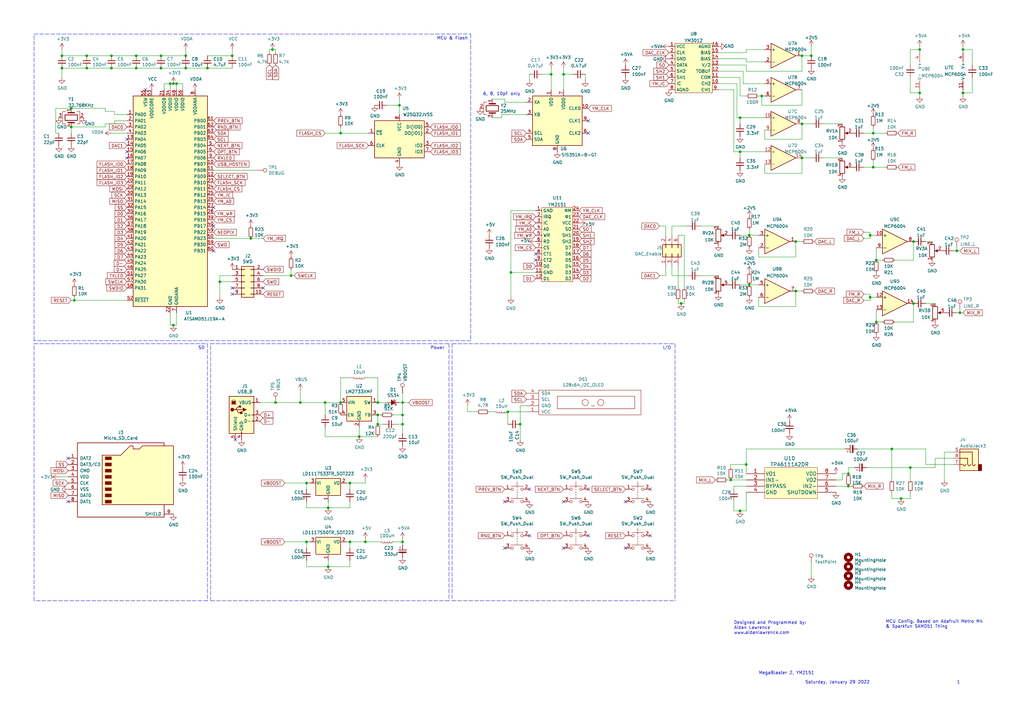
<source format=kicad_sch>
(kicad_sch (version 20211123) (generator eeschema)
  (paper "A3")
  (junction (at 55.88 27.94))
  (junction (at 147.32 179.07))
  (junction (at 377.19 38.1))
  (junction (at 143.51 198.12))
  (junction (at 328.93 22.86))
  (junction (at 30.48 123.19))
  (junction (at 76.2 22.86))
  (junction (at 303.53 48.26))
  (junction (at 303.53 209.55))
  (junction (at 226.06 30.48))
  (junction (at 143.51 222.25))
  (junction (at 358.14 54.61))
  (junction (at 133.35 165.1))
  (junction (at 373.38 191.77))
  (junction (at 213.36 173.99))
  (junction (at 374.65 124.46))
  (junction (at 149.86 222.25))
  (junction (at 76.2 27.94))
  (junction (at 125.73 198.12))
  (junction (at 69.85 34.29))
  (junction (at 392.43 102.87))
  (junction (at 66.04 27.94))
  (junction (at 102.87 97.79))
  (junction (at 113.03 165.1))
  (junction (at 29.21 44.45))
  (junction (at 279.4 124.46))
  (junction (at 139.7 54.61))
  (junction (at 326.39 99.06))
  (junction (at 356.87 96.52))
  (junction (at 154.94 173.99))
  (junction (at 377.19 20.32))
  (junction (at 45.72 27.94))
  (junction (at 165.1 170.18))
  (junction (at 134.62 232.41))
  (junction (at 328.93 64.77))
  (junction (at 209.55 111.76))
  (junction (at 347.98 194.31))
  (junction (at 312.42 39.37))
  (junction (at 72.39 34.29))
  (junction (at 306.07 190.5))
  (junction (at 134.62 208.28))
  (junction (at 139.7 165.1))
  (junction (at 119.38 113.03))
  (junction (at 71.12 34.29))
  (junction (at 154.94 165.1))
  (junction (at 163.83 43.18))
  (junction (at 55.88 22.86))
  (junction (at 303.53 62.23))
  (junction (at 332.74 22.86))
  (junction (at 394.97 38.1))
  (junction (at 369.57 204.47))
  (junction (at 347.98 199.39))
  (junction (at 307.34 116.84))
  (junction (at 394.97 20.32))
  (junction (at 356.87 121.92))
  (junction (at 66.04 22.86))
  (junction (at 393.7 128.27))
  (junction (at 365.76 184.15))
  (junction (at 374.65 99.06))
  (junction (at 35.56 22.86))
  (junction (at 165.1 173.99))
  (junction (at 85.09 27.94))
  (junction (at 123.19 165.1))
  (junction (at 90.17 115.57))
  (junction (at 359.41 106.68))
  (junction (at 307.34 96.52))
  (junction (at 25.4 22.86))
  (junction (at 25.4 27.94))
  (junction (at 111.76 20.32))
  (junction (at 154.94 170.18))
  (junction (at 328.93 50.8))
  (junction (at 326.39 119.38))
  (junction (at 29.21 52.07))
  (junction (at 45.72 22.86))
  (junction (at 35.56 27.94))
  (junction (at 165.1 222.25))
  (junction (at 359.41 132.08))
  (junction (at 358.14 68.58))
  (junction (at 95.25 22.86))
  (junction (at 231.14 30.48))
  (junction (at 125.73 222.25))
  (junction (at 299.72 196.85))
  (junction (at 208.28 168.91))
  (junction (at 71.12 133.35))
  (junction (at 165.1 165.1))
  (no_connect (at 266.7 219.71))
  (no_connect (at 59.69 36.83))
  (no_connect (at 27.94 205.74))
  (no_connect (at 231.14 224.79))
  (no_connect (at 241.3 54.61))
  (no_connect (at 217.17 219.71))
  (no_connect (at 256.54 205.74))
  (no_connect (at 207.01 205.74))
  (no_connect (at 231.14 205.74))
  (no_connect (at 217.17 200.66))
  (no_connect (at 266.7 200.66))
  (no_connect (at 52.07 57.15))
  (no_connect (at 52.07 62.23))
  (no_connect (at 87.63 85.09))
  (no_connect (at 87.63 92.71))
  (no_connect (at 241.3 200.66))
  (no_connect (at 96.52 180.34))
  (no_connect (at 256.54 224.79))
  (no_connect (at 241.3 219.71))
  (no_connect (at 52.07 64.77))
  (no_connect (at 87.63 102.87))
  (no_connect (at 241.3 49.53))
  (no_connect (at 95.25 120.65))
  (no_connect (at 107.95 118.11))
  (no_connect (at 207.01 224.79))
  (no_connect (at 95.25 118.11))
  (no_connect (at 219.71 106.68))
  (no_connect (at 219.71 104.14))
  (no_connect (at 27.94 187.96))
  (wire (pts (xy 275.59 92.71) (xy 281.94 92.71)))
  (wire (pts (xy 102.87 97.79) (xy 107.95 97.79)))
  (wire (pts (xy 326.39 125.73) (xy 326.39 119.38)))
  (polyline (pts (xy 86.36 140.97) (xy 184.15 140.97)))
  (wire (pts (xy 240.03 30.48) (xy 240.03 33.02)))
  (wire (pts (xy 347.98 194.31) (xy 345.44 194.31)))
  (wire (pts (xy 273.05 109.22) (xy 273.05 113.03)))
  (wire (pts (xy 332.74 19.05) (xy 332.74 22.86)))
  (wire (pts (xy 326.39 99.06) (xy 328.93 99.06)))
  (wire (pts (xy 275.59 109.22) (xy 275.59 113.03)))
  (wire (pts (xy 358.14 52.07) (xy 358.14 54.61)))
  (wire (pts (xy 303.53 116.84) (xy 307.34 116.84)))
  (wire (pts (xy 134.62 205.74) (xy 134.62 208.28)))
  (wire (pts (xy 313.69 67.31) (xy 313.69 71.12)))
  (wire (pts (xy 356.87 120.65) (xy 356.87 121.92)))
  (wire (pts (xy 328.93 64.77) (xy 332.74 64.77)))
  (wire (pts (xy 328.93 57.15) (xy 328.93 50.8)))
  (wire (pts (xy 306.07 20.32) (xy 313.69 20.32)))
  (wire (pts (xy 154.94 170.18) (xy 154.94 173.99)))
  (wire (pts (xy 125.73 229.87) (xy 125.73 232.41)))
  (wire (pts (xy 76.2 20.32) (xy 76.2 22.86)))
  (polyline (pts (xy 86.36 246.38) (xy 86.36 140.97)))
  (wire (pts (xy 287.02 113.03) (xy 294.64 113.03)))
  (wire (pts (xy 226.06 27.94) (xy 226.06 30.48)))
  (wire (pts (xy 30.48 121.92) (xy 30.48 123.19)))
  (wire (pts (xy 85.09 27.94) (xy 95.25 27.94)))
  (wire (pts (xy 139.7 52.07) (xy 139.7 54.61)))
  (wire (pts (xy 273.05 92.71) (xy 273.05 96.52)))
  (wire (pts (xy 302.26 48.26) (xy 303.53 48.26)))
  (wire (pts (xy 25.4 22.86) (xy 35.56 22.86)))
  (wire (pts (xy 359.41 132.08) (xy 361.95 132.08)))
  (wire (pts (xy 120.65 113.03) (xy 119.38 113.03)))
  (wire (pts (xy 125.73 208.28) (xy 134.62 208.28)))
  (wire (pts (xy 306.07 24.13) (xy 306.07 25.4)))
  (wire (pts (xy 303.53 62.23) (xy 303.53 64.77)))
  (wire (pts (xy 55.88 22.86) (xy 66.04 22.86)))
  (wire (pts (xy 328.93 22.86) (xy 332.74 22.86)))
  (wire (pts (xy 72.39 34.29) (xy 74.93 34.29)))
  (wire (pts (xy 149.86 222.25) (xy 156.21 222.25)))
  (wire (pts (xy 35.56 27.94) (xy 45.72 27.94)))
  (wire (pts (xy 165.1 165.1) (xy 167.64 165.1)))
  (wire (pts (xy 303.53 39.37) (xy 303.53 31.75)))
  (wire (pts (xy 311.15 101.6) (xy 311.15 105.41)))
  (wire (pts (xy 377.19 20.32) (xy 373.38 20.32)))
  (wire (pts (xy 306.07 25.4) (xy 313.69 25.4)))
  (wire (pts (xy 67.31 34.29) (xy 67.31 36.83)))
  (wire (pts (xy 69.85 133.35) (xy 71.12 133.35)))
  (wire (pts (xy 298.45 196.85) (xy 299.72 196.85)))
  (wire (pts (xy 275.59 96.52) (xy 275.59 92.71)))
  (wire (pts (xy 45.72 54.61) (xy 52.07 54.61)))
  (wire (pts (xy 231.14 27.94) (xy 231.14 30.48)))
  (wire (pts (xy 125.73 232.41) (xy 134.62 232.41)))
  (wire (pts (xy 365.76 184.15) (xy 379.73 184.15)))
  (wire (pts (xy 306.07 190.5) (xy 306.07 194.31)))
  (wire (pts (xy 191.77 168.91) (xy 191.77 166.37)))
  (wire (pts (xy 139.7 54.61) (xy 151.13 54.61)))
  (wire (pts (xy 69.85 128.27) (xy 69.85 133.35)))
  (wire (pts (xy 306.07 201.93) (xy 306.07 209.55)))
  (wire (pts (xy 394.97 19.05) (xy 394.97 20.32)))
  (wire (pts (xy 398.78 38.1) (xy 394.97 38.1)))
  (wire (pts (xy 143.51 232.41) (xy 134.62 232.41)))
  (wire (pts (xy 195.58 168.91) (xy 191.77 168.91)))
  (wire (pts (xy 29.21 52.07) (xy 43.18 52.07)))
  (wire (pts (xy 394.97 36.83) (xy 394.97 38.1)))
  (wire (pts (xy 328.93 71.12) (xy 328.93 64.77)))
  (wire (pts (xy 139.7 154.94) (xy 144.78 154.94)))
  (polyline (pts (xy 13.97 139.7) (xy 13.97 13.97)))
  (wire (pts (xy 55.88 22.86) (xy 45.72 22.86)))
  (wire (pts (xy 71.12 34.29) (xy 69.85 34.29)))
  (wire (pts (xy 208.28 168.91) (xy 215.9 168.91)))
  (wire (pts (xy 133.35 165.1) (xy 133.35 170.18)))
  (wire (pts (xy 154.94 179.07) (xy 147.32 179.07)))
  (wire (pts (xy 377.19 20.32) (xy 377.19 21.59)))
  (wire (pts (xy 139.7 165.1) (xy 139.7 154.94)))
  (wire (pts (xy 165.1 173.99) (xy 165.1 170.18)))
  (wire (pts (xy 90.17 121.92) (xy 90.17 115.57)))
  (wire (pts (xy 365.76 201.93) (xy 365.76 204.47)))
  (wire (pts (xy 46.99 50.8) (xy 46.99 49.53)))
  (wire (pts (xy 300.99 200.66) (xy 300.99 199.39)))
  (wire (pts (xy 90.17 115.57) (xy 95.25 115.57)))
  (wire (pts (xy 55.88 27.94) (xy 66.04 27.94)))
  (wire (pts (xy 306.07 184.15) (xy 346.71 184.15)))
  (wire (pts (xy 143.51 205.74) (xy 143.51 208.28)))
  (wire (pts (xy 394.97 20.32) (xy 398.78 20.32)))
  (wire (pts (xy 345.44 196.85) (xy 342.9 196.85)))
  (wire (pts (xy 332.74 231.14) (xy 332.74 236.22)))
  (wire (pts (xy 143.51 198.12) (xy 149.86 198.12)))
  (wire (pts (xy 46.99 49.53) (xy 52.07 49.53)))
  (wire (pts (xy 46.99 45.72) (xy 43.18 45.72)))
  (wire (pts (xy 165.1 222.25) (xy 165.1 223.52)))
  (wire (pts (xy 311.15 121.92) (xy 311.15 125.73)))
  (wire (pts (xy 303.53 62.23) (xy 313.69 62.23)))
  (wire (pts (xy 347.98 191.77) (xy 350.52 191.77)))
  (wire (pts (xy 391.16 185.42) (xy 387.35 185.42)))
  (wire (pts (xy 365.76 204.47) (xy 369.57 204.47)))
  (wire (pts (xy 294.64 34.29) (xy 302.26 34.29)))
  (wire (pts (xy 149.86 222.25) (xy 149.86 220.98)))
  (wire (pts (xy 163.83 40.64) (xy 163.83 43.18)))
  (wire (pts (xy 304.8 34.29) (xy 313.69 34.29)))
  (wire (pts (xy 359.41 101.6) (xy 359.41 106.68)))
  (wire (pts (xy 300.99 62.23) (xy 303.53 62.23)))
  (wire (pts (xy 328.93 29.21) (xy 306.07 29.21)))
  (wire (pts (xy 307.34 116.84) (xy 311.15 116.84)))
  (wire (pts (xy 383.54 191.77) (xy 383.54 187.96)))
  (wire (pts (xy 165.1 170.18) (xy 165.1 165.1)))
  (wire (pts (xy 163.83 43.18) (xy 163.83 46.99)))
  (wire (pts (xy 326.39 105.41) (xy 326.39 99.06)))
  (wire (pts (xy 22.86 44.45) (xy 22.86 54.61)))
  (polyline (pts (xy 276.86 140.97) (xy 276.86 246.38)))
  (wire (pts (xy 207.01 40.64) (xy 207.01 41.91)))
  (wire (pts (xy 377.19 38.1) (xy 377.19 39.37)))
  (wire (pts (xy 215.9 166.37) (xy 213.36 166.37)))
  (wire (pts (xy 116.84 222.25) (xy 125.73 222.25)))
  (wire (pts (xy 133.35 175.26) (xy 133.35 179.07)))
  (wire (pts (xy 87.63 97.79) (xy 102.87 97.79)))
  (wire (pts (xy 328.93 43.18) (xy 328.93 36.83)))
  (wire (pts (xy 354.33 97.79) (xy 356.87 97.79)))
  (wire (pts (xy 306.07 39.37) (xy 303.53 39.37)))
  (wire (pts (xy 154.94 154.94) (xy 154.94 165.1)))
  (wire (pts (xy 306.07 209.55) (xy 303.53 209.55)))
  (wire (pts (xy 367.03 132.08) (xy 374.65 132.08)))
  (wire (pts (xy 209.55 111.76) (xy 209.55 86.36)))
  (wire (pts (xy 302.26 34.29) (xy 302.26 48.26)))
  (wire (pts (xy 207.01 41.91) (xy 215.9 41.91)))
  (wire (pts (xy 106.68 165.1) (xy 113.03 165.1)))
  (wire (pts (xy 162.56 173.99) (xy 165.1 173.99)))
  (wire (pts (xy 71.12 133.35) (xy 72.39 133.35)))
  (wire (pts (xy 373.38 31.75) (xy 373.38 38.1)))
  (wire (pts (xy 299.72 190.5) (xy 306.07 190.5)))
  (wire (pts (xy 113.03 165.1) (xy 123.19 165.1)))
  (wire (pts (xy 123.19 165.1) (xy 133.35 165.1)))
  (wire (pts (xy 165.1 161.29) (xy 165.1 165.1)))
  (wire (pts (xy 354.33 68.58) (xy 358.14 68.58)))
  (wire (pts (xy 303.53 48.26) (xy 313.69 48.26)))
  (wire (pts (xy 306.07 190.5) (xy 306.07 184.15)))
  (wire (pts (xy 134.62 229.87) (xy 134.62 232.41)))
  (wire (pts (xy 373.38 204.47) (xy 373.38 201.93)))
  (wire (pts (xy 373.38 191.77) (xy 383.54 191.77)))
  (wire (pts (xy 280.67 124.46) (xy 280.67 123.19)))
  (wire (pts (xy 76.2 27.94) (xy 85.09 27.94)))
  (wire (pts (xy 307.34 93.98) (xy 307.34 96.52)))
  (wire (pts (xy 342.9 199.39) (xy 347.98 199.39)))
  (wire (pts (xy 45.72 27.94) (xy 55.88 27.94)))
  (wire (pts (xy 303.53 31.75) (xy 294.64 31.75)))
  (wire (pts (xy 125.73 222.25) (xy 127 222.25)))
  (wire (pts (xy 116.84 198.12) (xy 125.73 198.12)))
  (wire (pts (xy 374.65 132.08) (xy 374.65 124.46)))
  (wire (pts (xy 43.18 44.45) (xy 29.21 44.45)))
  (wire (pts (xy 24.13 195.58) (xy 27.94 195.58)))
  (wire (pts (xy 312.42 39.37) (xy 313.69 39.37)))
  (wire (pts (xy 312.42 39.37) (xy 312.42 43.18)))
  (wire (pts (xy 209.55 111.76) (xy 209.55 121.92)))
  (wire (pts (xy 374.65 106.68) (xy 374.65 99.06)))
  (wire (pts (xy 113.03 20.32) (xy 113.03 21.59)))
  (wire (pts (xy 312.42 43.18) (xy 328.93 43.18)))
  (wire (pts (xy 379.73 190.5) (xy 391.16 190.5)))
  (polyline (pts (xy 13.97 140.97) (xy 85.09 140.97)))
  (wire (pts (xy 311.15 125.73) (xy 326.39 125.73)))
  (wire (pts (xy 358.14 66.04) (xy 358.14 68.58)))
  (wire (pts (xy 299.72 191.77) (xy 299.72 190.5)))
  (wire (pts (xy 90.17 113.03) (xy 95.25 113.03)))
  (wire (pts (xy 123.19 160.02) (xy 123.19 165.1)))
  (wire (pts (xy 143.51 208.28) (xy 134.62 208.28)))
  (polyline (pts (xy 193.04 139.7) (xy 13.97 139.7)))
  (polyline (pts (xy 184.15 140.97) (xy 184.15 246.38)))
  (wire (pts (xy 43.18 50.8) (xy 46.99 50.8)))
  (wire (pts (xy 300.99 36.83) (xy 300.99 62.23)))
  (wire (pts (xy 111.76 20.32) (xy 110.49 20.32)))
  (wire (pts (xy 359.41 127) (xy 359.41 132.08)))
  (wire (pts (xy 358.14 68.58) (xy 363.22 68.58)))
  (wire (pts (xy 143.51 229.87) (xy 143.51 232.41)))
  (wire (pts (xy 359.41 106.68) (xy 361.95 106.68)))
  (wire (pts (xy 306.07 21.59) (xy 306.07 20.32)))
  (wire (pts (xy 383.54 187.96) (xy 391.16 187.96)))
  (polyline (pts (xy 13.97 246.38) (xy 13.97 140.97)))
  (wire (pts (xy 307.34 96.52) (xy 311.15 96.52)))
  (polyline (pts (xy 185.42 140.97) (xy 276.86 140.97)))
  (wire (pts (xy 345.44 194.31) (xy 345.44 196.85)))
  (wire (pts (xy 200.66 168.91) (xy 203.2 168.91)))
  (wire (pts (xy 69.85 34.29) (xy 67.31 34.29)))
  (wire (pts (xy 355.6 191.77) (xy 373.38 191.77)))
  (wire (pts (xy 35.56 22.86) (xy 45.72 22.86)))
  (wire (pts (xy 303.53 96.52) (xy 307.34 96.52)))
  (wire (pts (xy 354.33 95.25) (xy 356.87 95.25)))
  (wire (pts (xy 95.25 20.32) (xy 95.25 22.86)))
  (wire (pts (xy 356.87 95.25) (xy 356.87 96.52)))
  (wire (pts (xy 356.87 97.79) (xy 356.87 96.52)))
  (wire (pts (xy 369.57 204.47) (xy 373.38 204.47)))
  (wire (pts (xy 25.4 20.32) (xy 25.4 22.86)))
  (wire (pts (xy 25.4 27.94) (xy 35.56 27.94)))
  (wire (pts (xy 119.38 113.03) (xy 107.95 113.03)))
  (wire (pts (xy 392.43 102.87) (xy 393.7 102.87)))
  (wire (pts (xy 231.14 30.48) (xy 234.95 30.48)))
  (wire (pts (xy 161.29 170.18) (xy 165.1 170.18)))
  (wire (pts (xy 347.98 199.39) (xy 349.25 199.39)))
  (wire (pts (xy 373.38 20.32) (xy 373.38 26.67)))
  (wire (pts (xy 205.74 46.99) (xy 215.9 46.99)))
  (wire (pts (xy 303.53 48.26) (xy 303.53 50.8)))
  (wire (pts (xy 379.73 99.06) (xy 382.27 99.06)))
  (wire (pts (xy 163.83 165.1) (xy 165.1 165.1)))
  (wire (pts (xy 143.51 222.25) (xy 149.86 222.25)))
  (wire (pts (xy 219.71 111.76) (xy 209.55 111.76)))
  (wire (pts (xy 226.06 30.48) (xy 226.06 36.83)))
  (wire (pts (xy 294.64 36.83) (xy 300.99 36.83)))
  (wire (pts (xy 278.13 96.52) (xy 280.67 96.52)))
  (wire (pts (xy 119.38 110.49) (xy 119.38 113.03)))
  (wire (pts (xy 147.32 175.26) (xy 147.32 179.07)))
  (wire (pts (xy 125.73 198.12) (xy 125.73 200.66)))
  (wire (pts (xy 300.99 199.39) (xy 306.07 199.39)))
  (wire (pts (xy 29.21 54.61) (xy 29.21 52.07)))
  (wire (pts (xy 165.1 222.25) (xy 165.1 220.98)))
  (wire (pts (xy 213.36 166.37) (xy 213.36 173.99)))
  (wire (pts (xy 275.59 113.03) (xy 281.94 113.03)))
  (wire (pts (xy 158.75 43.18) (xy 163.83 43.18)))
  (wire (pts (xy 142.24 222.25) (xy 143.51 222.25)))
  (wire (pts (xy 304.8 29.21) (xy 304.8 34.29)))
  (wire (pts (xy 398.78 31.75) (xy 398.78 38.1)))
  (wire (pts (xy 133.35 165.1) (xy 139.7 165.1)))
  (wire (pts (xy 394.97 20.32) (xy 394.97 21.59)))
  (wire (pts (xy 373.38 38.1) (xy 377.19 38.1)))
  (polyline (pts (xy 85.09 246.38) (xy 13.97 246.38)))
  (wire (pts (xy 306.07 26.67) (xy 294.64 26.67)))
  (wire (pts (xy 154.94 170.18) (xy 156.21 170.18)))
  (wire (pts (xy 377.19 36.83) (xy 377.19 38.1)))
  (wire (pts (xy 356.87 96.52) (xy 359.41 96.52)))
  (wire (pts (xy 111.76 20.32) (xy 113.03 20.32)))
  (wire (pts (xy 337.82 64.77) (xy 345.44 64.77)))
  (wire (pts (xy 201.93 40.64) (xy 207.01 40.64)))
  (wire (pts (xy 69.85 34.29) (xy 69.85 36.83)))
  (wire (pts (xy 209.55 86.36) (xy 219.71 86.36)))
  (wire (pts (xy 125.73 198.12) (xy 127 198.12)))
  (wire (pts (xy 394.97 38.1) (xy 394.97 39.37)))
  (wire (pts (xy 71.12 34.29) (xy 72.39 34.29)))
  (wire (pts (xy 306.07 29.21) (xy 306.07 26.67)))
  (wire (pts (xy 66.04 22.86) (xy 76.2 22.86)))
  (wire (pts (xy 347.98 194.31) (xy 347.98 191.77)))
  (wire (pts (xy 356.87 123.19) (xy 356.87 121.92)))
  (wire (pts (xy 217.17 33.02) (xy 217.17 30.48)))
  (wire (pts (xy 354.33 120.65) (xy 356.87 120.65)))
  (wire (pts (xy 367.03 106.68) (xy 374.65 106.68)))
  (wire (pts (xy 280.67 96.52) (xy 280.67 118.11)))
  (wire (pts (xy 72.39 34.29) (xy 72.39 36.83)))
  (wire (pts (xy 313.69 57.15) (xy 328.93 57.15)))
  (wire (pts (xy 313.69 71.12) (xy 328.93 71.12)))
  (wire (pts (xy 328.93 22.86) (xy 328.93 29.21)))
  (wire (pts (xy 300.99 209.55) (xy 303.53 209.55)))
  (polyline (pts (xy 185.42 246.38) (xy 276.86 246.38)))
  (wire (pts (xy 149.86 154.94) (xy 154.94 154.94)))
  (wire (pts (xy 165.1 173.99) (xy 165.1 177.8)))
  (wire (pts (xy 74.93 34.29) (xy 74.93 36.83)))
  (wire (pts (xy 142.24 198.12) (xy 143.51 198.12)))
  (wire (pts (xy 87.63 69.85) (xy 105.41 69.85)))
  (wire (pts (xy 373.38 191.77) (xy 373.38 196.85)))
  (wire (pts (xy 278.13 109.22) (xy 278.13 118.11)))
  (wire (pts (xy 149.86 198.12) (xy 149.86 196.85)))
  (wire (pts (xy 208.28 168.91) (xy 208.28 173.99)))
  (wire (pts (xy 313.69 53.34) (xy 313.69 57.15)))
  (wire (pts (xy 278.13 123.19) (xy 278.13 124.46)))
  (polyline (pts (xy 184.15 246.38) (xy 86.36 246.38)))
  (wire (pts (xy 154.94 165.1) (xy 158.75 165.1)))
  (wire (pts (xy 43.18 52.07) (xy 43.18 50.8)))
  (wire (pts (xy 392.43 128.27) (xy 393.7 128.27)))
  (wire (pts (xy 29.21 44.45) (xy 22.86 44.45)))
  (wire (pts (xy 379.73 124.46) (xy 383.54 124.46)))
  (wire (pts (xy 278.13 124.46) (xy 279.4 124.46)))
  (wire (pts (xy 398.78 20.32) (xy 398.78 26.67)))
  (wire (pts (xy 294.64 24.13) (xy 306.07 24.13)))
  (wire (pts (xy 90.17 115.57) (xy 90.17 113.03)))
  (wire (pts (xy 201.93 48.26) (xy 205.74 48.26)))
  (wire (pts (xy 358.14 54.61) (xy 363.22 54.61)))
  (wire (pts (xy 287.02 92.71) (xy 294.64 92.71)))
  (wire (pts (xy 46.99 46.99) (xy 52.07 46.99)))
  (wire (pts (xy 110.49 20.32) (xy 110.49 21.59)))
  (wire (pts (xy 294.64 29.21) (xy 304.8 29.21)))
  (wire (pts (xy 30.48 123.19) (xy 52.07 123.19)))
  (wire (pts (xy 213.36 180.34) (xy 213.36 173.99)))
  (wire (pts (xy 66.04 27.94) (xy 76.2 27.94)))
  (wire (pts (xy 377.19 19.05) (xy 377.19 20.32)))
  (wire (pts (xy 25.4 27.94) (xy 25.4 31.75)))
  (wire (pts (xy 273.05 113.03) (xy 270.51 113.03)))
  (wire (pts (xy 231.14 30.48) (xy 231.14 36.83)))
  (wire (pts (xy 222.25 30.48) (xy 226.06 30.48)))
  (wire (pts (xy 294.64 21.59) (xy 306.07 21.59)))
  (wire (pts (xy 143.51 198.12) (xy 143.51 200.66)))
  (wire (pts (xy 72.39 128.27) (xy 72.39 133.35)))
  (wire (pts (xy 46.99 45.72) (xy 46.99 46.99)))
  (wire (pts (xy 337.82 50.8) (xy 345.44 50.8)))
  (wire (pts (xy 270.51 92.71) (xy 273.05 92.71)))
  (wire (pts (xy 85.09 22.86) (xy 95.25 22.86)))
  (wire (pts (xy 326.39 119.38) (xy 328.93 119.38)))
  (wire (pts (xy 139.7 54.61) (xy 133.35 54.61)))
  (wire (pts (xy 392.43 101.6) (xy 392.43 102.87)))
  (wire (pts (xy 299.72 196.85) (xy 306.07 196.85)))
  (wire (pts (xy 311.15 39.37) (xy 312.42 39.37)))
  (wire (pts (xy 354.33 54.61) (xy 358.14 54.61)))
  (wire (pts (xy 300.99 205.74) (xy 300.99 209.55)))
  (wire (pts (xy 133.35 179.07) (xy 147.32 179.07)))
  (wire (pts (xy 379.73 184.15) (xy 379.73 190.5)))
  (polyline (pts (xy 13.97 13.97) (xy 193.04 13.97)))
  (wire (pts (xy 387.35 185.42) (xy 387.35 196.85)))
  (polyline (pts (xy 85.09 140.97) (xy 85.09 246.38)))
  (wire (pts (xy 29.21 123.19) (xy 30.48 123.19)))
  (wire (pts (xy 125.73 205.74) (xy 125.73 208.28)))
  (wire (pts (xy 351.79 184.15) (xy 365.76 184.15)))
  (wire (pts (xy 391.16 102.87) (xy 392.43 102.87)))
  (wire (pts (xy 22.86 54.61) (xy 24.13 54.61)))
  (wire (pts (xy 356.87 121.92) (xy 359.41 121.92)))
  (polyline (pts (xy 193.04 13.97) (xy 193.04 139.7)))
  (wire (pts (xy 328.93 50.8) (xy 332.74 50.8)))
  (wire (pts (xy 365.76 184.15) (xy 365.76 196.85)))
  (wire (pts (xy 354.33 123.19) (xy 356.87 123.19)))
  (wire (pts (xy 311.15 105.41) (xy 326.39 105.41)))
  (wire (pts (xy 161.29 222.25) (xy 165.1 222.25)))
  (wire (pts (xy 154.94 173.99) (xy 157.48 173.99)))
  (wire (pts (xy 125.73 222.25) (xy 125.73 224.79)))
  (wire (pts (xy 205.74 48.26) (xy 205.74 46.99)))
  (wire (pts (xy 393.7 127) (xy 393.7 128.27)))
  (wire (pts (xy 43.18 45.72) (xy 43.18 44.45)))
  (wire (pts (xy 393.7 128.27) (xy 394.97 128.27)))
  (polyline (pts (xy 185.42 140.97) (xy 185.42 246.38)))
  (wire (pts (xy 143.51 222.25) (xy 143.51 224.79)))
  (wire (pts (xy 279.4 124.46) (xy 280.67 124.46)))
  (text "SD" (at 81.28 143.51 0) (effects (font (size 1.27 1.27)) (justify left bottom)))
  (text "Power" (at 176.53 143.51 0) (effects (font (size 1.27 1.27)) (justify left bottom)))
  (text "1" (at 392.43 280.67 0) (effects (font (size 1.27 1.27)) (justify left bottom)))
  (text "MegaBlaster 2, YM2151" (at 311.15 276.86 0) (effects (font (size 1.27 1.27)) (justify left bottom)))
  (text "MCU & Flash" (at 179.07 16.51 0) (effects (font (size 1.27 1.27)) (justify left bottom)))
  (text "MCU Config. Based on Adafruit Metro M4\n& Sparkfun SAMD51 Thing" (at 363.22 257.81 0) (effects (font (size 1.27 1.27)) (justify left bottom)))
  (text "I/O" (at 271.78 143.51 0) (effects (font (size 1.27 1.27)) (justify left bottom)))
  (text "6, 8, 10pF only" (at 198.12 39.37 0) (effects (font (size 1.27 1.27)) (justify left bottom)))
  (text "Saturday, January 29 2022" (at 330.2 280.67 0) (effects (font (size 1.27 1.27)) (justify left bottom)))
  (text "Designed and Programmed by:\nAidan Lawrence\nwww.aidanlawrence.com" (at 300.99 260.35 0) (effects (font (size 1.27 1.27)) (justify left bottom)))
  (global_label "D7" (shape input) (at 52.07 105.41 180) (property "Intersheet References" "${INTERSHEET_REFS}" (effects hide)))
  (global_label "SWO" (shape input) (at 87.63 100.33 0) (property "Intersheet References" "${INTERSHEET_REFS}" (effects hide)))
  (global_label "DAC_L" (shape input) (at 354.33 97.79 180) (property "Intersheet References" "${INTERSHEET_REFS}" (effects hide)))
  (global_label "DAC_R" (shape input) (at 334.01 119.38 0) (property "Intersheet References" "${INTERSHEET_REFS}" (effects hide)))
  (global_label "SS" (shape input) (at 52.07 85.09 180) (property "Intersheet References" "${INTERSHEET_REFS}" (effects hide)))
  (global_label "SO" (shape input) (at 237.49 93.98 0) (property "Intersheet References" "${INTERSHEET_REFS}" (effects hide)))
  (global_label "MIX_L" (shape input) (at 293.37 196.85 180) (property "Intersheet References" "${INTERSHEET_REFS}" (effects hide)))
  (global_label "SH2" (shape input) (at 274.32 29.21 180) (property "Intersheet References" "${INTERSHEET_REFS}" (effects hide)))
  (global_label "SWCLK" (shape input) (at 52.07 115.57 180) (property "Intersheet References" "${INTERSHEET_REFS}" (effects hide)))
  (global_label "DAC0" (shape input) (at 52.07 52.07 180) (property "Intersheet References" "${INTERSHEET_REFS}" (effects hide)))
  (global_label "VBOOST" (shape input) (at 167.64 165.1 0) (property "Intersheet References" "${INTERSHEET_REFS}" (effects hide)))
  (global_label "SWDIO" (shape input) (at 52.07 118.11 180) (property "Intersheet References" "${INTERSHEET_REFS}" (effects hide)))
  (global_label "DAC0" (shape input) (at 270.51 92.71 180) (property "Intersheet References" "${INTERSHEET_REFS}" (effects hide)))
  (global_label "FLASH_SCK" (shape input) (at 151.13 59.69 180) (property "Intersheet References" "${INTERSHEET_REFS}" (effects hide)))
  (global_label "FLASH_IO0" (shape input) (at 52.07 67.31 180) (property "Intersheet References" "${INTERSHEET_REFS}" (effects hide)))
  (global_label "SCL" (shape input) (at 215.9 163.83 180) (property "Intersheet References" "${INTERSHEET_REFS}" (effects hide)))
  (global_label "DAC_L" (shape input) (at 334.01 99.06 0) (property "Intersheet References" "${INTERSHEET_REFS}" (effects hide)))
  (global_label "SO" (shape input) (at 274.32 26.67 180) (property "Intersheet References" "${INTERSHEET_REFS}" (effects hide)))
  (global_label "YM_WR" (shape input) (at 87.63 87.63 0) (property "Intersheet References" "${INTERSHEET_REFS}" (effects hide)))
  (global_label "MISO" (shape input) (at 52.07 82.55 180) (property "Intersheet References" "${INTERSHEET_REFS}" (effects hide)))
  (global_label "SWO" (shape input) (at 107.95 115.57 0) (property "Intersheet References" "${INTERSHEET_REFS}" (effects hide)))
  (global_label "D4" (shape input) (at 52.07 97.79 180) (property "Intersheet References" "${INTERSHEET_REFS}" (effects hide)))
  (global_label "NEOPIX" (shape input) (at 87.63 95.25 0) (property "Intersheet References" "${INTERSHEET_REFS}" (effects hide)))
  (global_label "SCL" (shape input) (at 87.63 57.15 0) (property "Intersheet References" "${INTERSHEET_REFS}" (effects hide)))
  (global_label "YM_CS" (shape input) (at 219.71 101.6 180) (property "Intersheet References" "${INTERSHEET_REFS}" (effects hide)))
  (global_label "SDA" (shape input) (at 215.9 57.15 180) (property "Intersheet References" "${INTERSHEET_REFS}" (effects hide)))
  (global_label "RESET" (shape input) (at 107.95 120.65 0) (property "Intersheet References" "${INTERSHEET_REFS}" (effects hide)))
  (global_label "SCL" (shape input) (at 215.9 54.61 180) (property "Intersheet References" "${INTERSHEET_REFS}" (effects hide)))
  (global_label "FLASH_IO2" (shape input) (at 52.07 72.39 180) (property "Intersheet References" "${INTERSHEET_REFS}" (effects hide)))
  (global_label "SDA" (shape input) (at 215.9 161.29 180) (property "Intersheet References" "${INTERSHEET_REFS}" (effects hide)))
  (global_label "D-" (shape input) (at 52.07 107.95 180) (property "Intersheet References" "${INTERSHEET_REFS}" (effects hide)))
  (global_label "D-" (shape input) (at 106.68 172.72 0) (property "Intersheet References" "${INTERSHEET_REFS}" (effects hide)))
  (global_label "SDA" (shape input) (at 87.63 54.61 0) (property "Intersheet References" "${INTERSHEET_REFS}" (effects hide)))
  (global_label "YM_CS" (shape input) (at 87.63 90.17 0) (property "Intersheet References" "${INTERSHEET_REFS}" (effects hide)))
  (global_label "PREV_BTN" (shape input) (at 87.63 49.53 0) (property "Intersheet References" "${INTERSHEET_REFS}" (effects hide)))
  (global_label "MIX_R" (shape input) (at 354.33 199.39 0) (property "Intersheet References" "${INTERSHEET_REFS}" (effects hide)))
  (global_label "DAC_CLK" (shape input) (at 274.32 21.59 180) (property "Intersheet References" "${INTERSHEET_REFS}" (effects hide)))
  (global_label "FLASH_IO3" (shape input) (at 176.53 62.23 0) (property "Intersheet References" "${INTERSHEET_REFS}" (effects hide)))
  (global_label "D2" (shape input) (at 52.07 92.71 180) (property "Intersheet References" "${INTERSHEET_REFS}" (effects hide)))
  (global_label "SWCLK" (shape input) (at 120.65 113.03 0) (property "Intersheet References" "${INTERSHEET_REFS}" (effects hide)))
  (global_label "FLASH_CS" (shape input) (at 133.35 54.61 180) (property "Intersheet References" "${INTERSHEET_REFS}" (effects hide)))
  (global_label "NEXT_BTN" (shape input) (at 87.63 59.69 0) (property "Intersheet References" "${INTERSHEET_REFS}" (effects hide)))
  (global_label "D4" (shape input) (at 237.49 109.22 0) (property "Intersheet References" "${INTERSHEET_REFS}" (effects hide)))
  (global_label "RND_BTN" (shape input) (at 207.01 219.71 180) (property "Intersheet References" "${INTERSHEET_REFS}" (effects hide)))
  (global_label "RXLED" (shape input) (at 87.63 64.77 0) (property "Intersheet References" "${INTERSHEET_REFS}" (effects hide)))
  (global_label "SH1" (shape input) (at 274.32 31.75 180) (property "Intersheet References" "${INTERSHEET_REFS}" (effects hide)))
  (global_label "DAC1" (shape input) (at 270.51 113.03 180) (property "Intersheet References" "${INTERSHEET_REFS}" (effects hide)))
  (global_label "MISO" (shape input) (at 27.94 203.2 180) (property "Intersheet References" "${INTERSHEET_REFS}" (effects hide)))
  (global_label "MOSI" (shape input) (at 52.07 77.47 180) (property "Intersheet References" "${INTERSHEET_REFS}" (effects hide)))
  (global_label "D5" (shape input) (at 52.07 100.33 180) (property "Intersheet References" "${INTERSHEET_REFS}" (effects hide)))
  (global_label "D6" (shape input) (at 237.49 104.14 0) (property "Intersheet References" "${INTERSHEET_REFS}" (effects hide)))
  (global_label "RND_BTN" (shape input) (at 87.63 52.07 0) (property "Intersheet References" "${INTERSHEET_REFS}" (effects hide)))
  (global_label "D3" (shape input) (at 237.49 111.76 0) (property "Intersheet References" "${INTERSHEET_REFS}" (effects hide)))
  (global_label "VBOOST" (shape input) (at 116.84 222.25 180) (property "Intersheet References" "${INTERSHEET_REFS}" (effects hide)))
  (global_label "SH1" (shape input) (at 237.49 96.52 0) (property "Intersheet References" "${INTERSHEET_REFS}" (effects hide)))
  (global_label "YM_IC" (shape input) (at 274.32 34.29 180) (property "Intersheet References" "${INTERSHEET_REFS}" (effects hide)))
  (global_label "YM_WR" (shape input) (at 219.71 96.52 180) (property "Intersheet References" "${INTERSHEET_REFS}" (effects hide)))
  (global_label "YM_A0" (shape input) (at 219.71 93.98 180) (property "Intersheet References" "${INTERSHEET_REFS}" (effects hide)))
  (global_label "YM_IC" (shape input) (at 87.63 80.01 0) (property "Intersheet References" "${INTERSHEET_REFS}" (effects hide)))
  (global_label "SWDIO" (shape input) (at 107.95 110.49 0) (property "Intersheet References" "${INTERSHEET_REFS}" (effects hide)))
  (global_label "SCK" (shape input) (at 27.94 198.12 180) (property "Intersheet References" "${INTERSHEET_REFS}" (effects hide)))
  (global_label "YM_CLK" (shape input) (at 241.3 44.45 0) (property "Intersheet References" "${INTERSHEET_REFS}" (effects hide)))
  (global_label "OPT_BTN" (shape input) (at 87.63 62.23 0) (property "Intersheet References" "${INTERSHEET_REFS}" (effects hide)))
  (global_label "MOSI" (shape input) (at 27.94 193.04 180) (property "Intersheet References" "${INTERSHEET_REFS}" (effects hide)))
  (global_label "D3" (shape input) (at 52.07 95.25 180) (property "Intersheet References" "${INTERSHEET_REFS}" (effects hide)))
  (global_label "SELECT_BTN" (shape input) (at 87.63 72.39 0) (property "Intersheet References" "${INTERSHEET_REFS}" (effects hide)))
  (global_label "VBOOST" (shape input) (at 116.84 198.12 180) (property "Intersheet References" "${INTERSHEET_REFS}" (effects hide)))
  (global_label "YM_IRQ" (shape input) (at 107.95 97.79 0) (property "Intersheet References" "${INTERSHEET_REFS}" (effects hide)))
  (global_label "D7" (shape input) (at 237.49 101.6 0) (property "Intersheet References" "${INTERSHEET_REFS}" (effects hide)))
  (global_label "FLASH_IO1" (shape input) (at 176.53 54.61 0) (property "Intersheet References" "${INTERSHEET_REFS}" (effects hide)))
  (global_label "FLASH_IO0" (shape input) (at 176.53 52.07 0) (property "Intersheet References" "${INTERSHEET_REFS}" (effects hide)))
  (global_label "DAC_CLK" (shape input) (at 237.49 88.9 0) (property "Intersheet References" "${INTERSHEET_REFS}" (effects hide)))
  (global_label "FM_L" (shape input) (at 368.3 68.58 0) (property "Intersheet References" "${INTERSHEET_REFS}" (effects hide)))
  (global_label "SCL" (shape input) (at 110.49 26.67 270) (property "Intersheet References" "${INTERSHEET_REFS}" (effects hide)))
  (global_label "D6" (shape input) (at 52.07 102.87 180) (property "Intersheet References" "${INTERSHEET_REFS}" (effects hide)))
  (global_label "D0" (shape input) (at 52.07 87.63 180) (property "Intersheet References" "${INTERSHEET_REFS}" (effects hide)))
  (global_label "NEXT_BTN" (shape input) (at 231.14 200.66 180) (property "Intersheet References" "${INTERSHEET_REFS}" (effects hide)))
  (global_label "D+" (shape input) (at 52.07 110.49 180) (property "Intersheet References" "${INTERSHEET_REFS}" (effects hide)))
  (global_label "D2" (shape input) (at 237.49 114.3 0) (property "Intersheet References" "${INTERSHEET_REFS}" (effects hide)))
  (global_label "D+" (shape input) (at 106.68 170.18 0) (property "Intersheet References" "${INTERSHEET_REFS}" (effects hide)))
  (global_label "D1" (shape input) (at 52.07 90.17 180) (property "Intersheet References" "${INTERSHEET_REFS}" (effects hide)))
  (global_label "FM_R" (shape input) (at 368.3 54.61 0) (property "Intersheet References" "${INTERSHEET_REFS}" (effects hide)))
  (global_label "YM_IRQ" (shape input) (at 219.71 88.9 180) (property "Intersheet References" "${INTERSHEET_REFS}" (effects hide)))
  (global_label "FLASH_IO1" (shape input) (at 52.07 69.85 180) (property "Intersheet References" "${INTERSHEET_REFS}" (effects hide)))
  (global_label "SELECT_BTN" (shape input) (at 256.54 200.66 180) (property "Intersheet References" "${INTERSHEET_REFS}" (effects hide)))
  (global_label "YM_A0" (shape input) (at 87.63 82.55 0) (property "Intersheet References" "${INTERSHEET_REFS}" (effects hide)))
  (global_label "SS" (shape input) (at 27.94 190.5 180) (property "Intersheet References" "${INTERSHEET_REFS}" (effects hide)))
  (global_label "D0" (shape input) (at 219.71 109.22 180) (property "Intersheet References" "${INTERSHEET_REFS}" (effects hide)))
  (global_label "RESET" (shape input) (at 29.21 123.19 180) (property "Intersheet References" "${INTERSHEET_REFS}" (effects hide)))
  (global_label "YM_CLK" (shape input) (at 237.49 86.36 0) (property "Intersheet References" "${INTERSHEET_REFS}" (effects hide)))
  (global_label "D5" (shape input) (at 237.49 106.68 0) (property "Intersheet References" "${INTERSHEET_REFS}" (effects hide)))
  (global_label "SCK" (shape input) (at 52.07 80.01 180) (property "Intersheet References" "${INTERSHEET_REFS}" (effects hide)))
  (global_label "TXLED" (shape input) (at 52.07 113.03 180) (property "Intersheet References" "${INTERSHEET_REFS}" (effects hide)))
  (global_label "MIX_R" (shape input) (at 394.97 128.27 0) (property "Intersheet References" "${INTERSHEET_REFS}" (effects hide)))
  (global_label "FLASH_CS" (shape input) (at 87.63 77.47 0) (property "Intersheet References" "${INTERSHEET_REFS}" (effects hide)))
  (global_label "SH2" (shape input) (at 237.49 99.06 0) (property "Intersheet References" "${INTERSHEET_REFS}" (effects hide)))
  (global_label "USB_HOSTEN" (shape input) (at 87.63 67.31 0) (property "Intersheet References" "${INTERSHEET_REFS}" (effects hide)))
  (global_label "FLASH_SCK" (shape input) (at 87.63 74.93 0) (property "Intersheet References" "${INTERSHEET_REFS}" (effects hide)))
  (global_label "PREV_BTN" (shape input) (at 207.01 200.66 180) (property "Intersheet References" "${INTERSHEET_REFS}" (effects hide)))
  (global_label "MIX_L" (shape input) (at 393.7 102.87 0) (property "Intersheet References" "${INTERSHEET_REFS}" (effects hide)))
  (global_label "FLASH_IO2" (shape input) (at 176.53 59.69 0) (property "Intersheet References" "${INTERSHEET_REFS}" (effects hide)))
  (global_label "FLASH_IO3" (shape input) (at 52.07 74.93 180) (property "Intersheet References" "${INTERSHEET_REFS}" (effects hide)))
  (global_label "OPT_BTN" (shape input) (at 231.14 219.71 180) (property "Intersheet References" "${INTERSHEET_REFS}" (effects hide)))
  (global_label "FM_L" (shape input) (at 354.33 95.25 180) (property "Intersheet References" "${INTERSHEET_REFS}" (effects hide)))
  (global_label "DAC_R" (shape input) (at 354.33 123.19 180) (property "Intersheet References" "${INTERSHEET_REFS}" (effects hide)))
  (global_label "RESET" (shape input) (at 256.54 219.71 180) (property "Intersheet References" "${INTERSHEET_REFS}" (effects hide)))
  (global_label "FM_R" (shape input) (at 354.33 120.65 180) (property "Intersheet References" "${INTERSHEET_REFS}" (effects hide)))
  (global_label "SDA" (shape input) (at 113.03 26.67 270) (property "Intersheet References" "${INTERSHEET_REFS}" (effects hide)))
  (global_label "DAC1" (shape input) (at 52.07 59.69 180) (property "Intersheet References" "${INTERSHEET_REFS}" (effects hide)))
  (global_label "D1" (shape input) (at 219.71 114.3 180) (property "Intersheet References" "${INTERSHEET_REFS}" (effects hide)))
  (global_label "YM_IC" (shape input) (at 219.71 91.44 180) (property "Intersheet References" "${INTERSHEET_REFS}" (effects hide)))
  (symbol (lib_id "MCU_Microchip_SAMD:ATSAMD51J19A-A") (at 69.85 82.55 0) (unit 1)
    (property "Reference" "U1" (at 77.47 128.27 0))
    (property "Value" "ATSAMD51J19A-A" (at 83.82 130.81 0))
    (property "Footprint" "Package_QFP:TQFP-64_10x10mm_P0.5mm" (effects hide))
    (property "Datasheet" "http://ww1.microchip.com/downloads/en/DeviceDoc/60001507E.pdf" (effects hide))
  )
  (symbol (lib_id "power:GND") (at 71.12 133.35 0) (unit 1)
    (property "Reference" "#PWR013" (effects hide))
    (property "Value" "GND" (at 71.247 137.7442 0))
  )
  (symbol (lib_id "Connector:USB_B") (at 99.06 170.18 0) (unit 1)
    (property "Reference" "J1" (at 100.5078 158.3182 0))
    (property "Value" "USB_B" (at 100.5078 160.6296 0))
    (property "Footprint" "Connector_USB:USB_B_Lumberg_2411_02_Horizontal" (effects hide))
    (property "Datasheet" " ~" (effects hide))
  )
  (symbol (lib_id "power:GND") (at 99.06 180.34 0) (unit 1)
    (property "Reference" "#PWR08" (effects hide))
    (property "Value" "GND" (at 99.187 184.7342 0))
  )
  (symbol (lib_id "Regulator_Linear:LD1117S33TR_SOT223") (at 134.62 198.12 0) (unit 1)
    (property "Reference" "U3" (at 134.62 191.9732 0))
    (property "Value" "LD1117S33TR_SOT223" (at 134.62 194.2846 0))
    (property "Footprint" "Package_TO_SOT_SMD:SOT-223-3_TabPin2" (effects hide))
    (property "Datasheet" "http://www.st.com/st-web-ui/static/active/en/resource/technical/document/datasheet/CD00000544.pdf" (effects hide))
  )
  (symbol (lib_id "Device:C_Small") (at 125.73 203.2 0) (unit 1)
    (property "Reference" "C15" (at 120.65 201.93 0) (effects (justify left)))
    (property "Value" "100nF" (at 119.38 204.47 0) (effects (justify left)))
    (property "Footprint" "Capacitor_SMD:C_0805_2012Metric" (effects hide))
  )
  (symbol (lib_id "Device:C_Small") (at 143.51 203.2 0) (unit 1)
    (property "Reference" "C20" (at 146.05 201.93 0) (effects (justify left)))
    (property "Value" "10uF" (at 146.05 204.47 0) (effects (justify left)))
    (property "Footprint" "Capacitor_SMD:C_1206_3216Metric" (effects hide))
  )
  (symbol (lib_id "power:GND") (at 134.62 208.28 0) (unit 1)
    (property "Reference" "#PWR029" (effects hide))
    (property "Value" "GND" (at 134.747 212.6742 0))
  )
  (symbol (lib_id "power:VBUS") (at 123.19 160.02 0) (unit 1)
    (property "Reference" "#PWR014" (effects hide))
    (property "Value" "VBUS" (at 123.571 155.6258 0))
  )
  (symbol (lib_id "Regulator_Switching:LM2733XMF") (at 147.32 167.64 0) (unit 1)
    (property "Reference" "U2" (at 147.32 158.3182 0))
    (property "Value" "LM2733XMF" (at 147.32 160.6296 0))
    (property "Footprint" "Package_TO_SOT_SMD:SOT-23-5" (effects hide))
    (property "Datasheet" "http://www.ti.com/lit/ds/symlink/lm2733.pdf" (effects hide))
  )
  (symbol (lib_id "Device:R_Small") (at 30.48 119.38 0) (unit 1)
    (property "Reference" "R1" (at 31.9786 118.2116 0) (effects (justify left)))
    (property "Value" "10K" (at 31.9786 120.523 0) (effects (justify left)))
    (property "Footprint" "Resistor_SMD:R_0805_2012Metric" (effects hide))
  )
  (symbol (lib_id "Device:R_Small") (at 139.7 167.64 0) (unit 1)
    (property "Reference" "R3" (at 135.89 166.37 0) (effects (justify left)))
    (property "Value" "51K" (at 134.62 168.91 0) (effects (justify left)))
    (property "Footprint" "Resistor_SMD:R_0805_2012Metric" (effects hide))
  )
  (symbol (lib_id "power:+3V3") (at 30.48 116.84 0) (unit 1)
    (property "Reference" "#PWR04" (effects hide))
    (property "Value" "+3V3" (at 30.861 112.4458 0))
  )
  (symbol (lib_id "power:GND") (at 147.32 179.07 0) (unit 1)
    (property "Reference" "#PWR019" (effects hide))
    (property "Value" "GND" (at 147.447 183.4642 0))
  )
  (symbol (lib_id "Device:C_Small") (at 133.35 172.72 0) (unit 1)
    (property "Reference" "C9" (at 135.89 171.45 0) (effects (justify left)))
    (property "Value" "10uF" (at 135.89 173.99 0) (effects (justify left)))
    (property "Footprint" "Capacitor_SMD:C_1206_3216Metric" (effects hide))
  )
  (symbol (lib_id "Device:L_Small") (at 147.32 154.94 270) (unit 1)
    (property "Reference" "L1" (at 147.32 150.3426 90))
    (property "Value" "10uH" (at 147.32 152.654 90))
    (property "Footprint" "custom_inductors:L_4x4" (effects hide))
  )
  (symbol (lib_id "Device:C_Small") (at 25.4 25.4 0) (unit 1)
    (property "Reference" "C2" (at 27.7368 24.2316 0) (effects (justify left)))
    (property "Value" "100nF" (at 27.7368 26.543 0) (effects (justify left)))
    (property "Footprint" "Capacitor_SMD:C_0805_2012Metric" (effects hide))
  )
  (symbol (lib_id "Device:D_Schottky_Small_ALT") (at 161.29 165.1 180) (unit 1)
    (property "Reference" "D1" (at 161.29 159.8422 0))
    (property "Value" "SS34" (at 161.29 162.1536 0))
    (property "Footprint" "Diode_SMD:D_SMA" (effects hide))
  )
  (symbol (lib_id "Device:C_Small") (at 35.56 25.4 0) (unit 1)
    (property "Reference" "C4" (at 37.8968 24.2316 0) (effects (justify left)))
    (property "Value" "100nF" (at 37.8968 26.543 0) (effects (justify left)))
    (property "Footprint" "Capacitor_SMD:C_0805_2012Metric" (effects hide))
  )
  (symbol (lib_id "Device:C_Small") (at 45.72 25.4 0) (unit 1)
    (property "Reference" "C5" (at 48.0568 24.2316 0) (effects (justify left)))
    (property "Value" "100nF" (at 48.0568 26.543 0) (effects (justify left)))
    (property "Footprint" "Capacitor_SMD:C_0805_2012Metric" (effects hide))
  )
  (symbol (lib_id "Device:R_Small") (at 158.75 170.18 270) (unit 1)
    (property "Reference" "R5" (at 157.48 166.37 90) (effects (justify left)))
    (property "Value" "51K" (at 157.48 167.64 90) (effects (justify left)))
    (property "Footprint" "Resistor_SMD:R_0805_2012Metric" (effects hide))
  )
  (symbol (lib_id "Device:C_Small") (at 55.88 25.4 0) (unit 1)
    (property "Reference" "C6" (at 58.2168 24.2316 0) (effects (justify left)))
    (property "Value" "100nF" (at 58.2168 26.543 0) (effects (justify left)))
    (property "Footprint" "Capacitor_SMD:C_0805_2012Metric" (effects hide))
  )
  (symbol (lib_id "power:GND") (at 25.4 31.75 0) (unit 1)
    (property "Reference" "#PWR03" (effects hide))
    (property "Value" "GND" (at 25.527 36.1442 0))
  )
  (symbol (lib_id "Device:R_Small") (at 154.94 176.53 180) (unit 1)
    (property "Reference" "R4" (at 153.67 175.26 0) (effects (justify left)))
    (property "Value" "12K" (at 153.67 177.8 0) (effects (justify left)))
    (property "Footprint" "Resistor_SMD:R_0805_2012Metric" (effects hide))
  )
  (symbol (lib_id "Device:C_Small") (at 165.1 180.34 0) (unit 1)
    (property "Reference" "C13" (at 167.4368 179.1716 0) (effects (justify left)))
    (property "Value" "10uF" (at 167.4368 181.483 0) (effects (justify left)))
    (property "Footprint" "Capacitor_SMD:C_1206_3216Metric" (effects hide))
  )
  (symbol (lib_id "power:GND") (at 165.1 182.88 0) (unit 1)
    (property "Reference" "#PWR021" (effects hide))
    (property "Value" "GND" (at 165.227 187.2742 0))
  )
  (symbol (lib_id "power:+3V3") (at 25.4 20.32 0) (unit 1)
    (property "Reference" "#PWR02" (effects hide))
    (property "Value" "+3V3" (at 25.781 15.9258 0))
  )
  (symbol (lib_id "Device:C_Small") (at 160.02 173.99 270) (unit 1)
    (property "Reference" "C12" (at 160.02 176.53 90))
    (property "Value" "220pF" (at 160.02 179.07 90))
    (property "Footprint" "Capacitor_SMD:C_0603_1608Metric" (effects hide))
  )
  (symbol (lib_id "Device:C_Small") (at 66.04 25.4 0) (unit 1)
    (property "Reference" "C7" (at 68.3768 24.2316 0) (effects (justify left)))
    (property "Value" "100nF" (at 68.3768 26.543 0) (effects (justify left)))
    (property "Footprint" "Capacitor_SMD:C_0805_2012Metric" (effects hide))
  )
  (symbol (lib_id "power:+3V3") (at 149.86 196.85 0) (unit 1)
    (property "Reference" "#PWR040" (effects hide))
    (property "Value" "+3V3" (at 150.241 192.4558 0))
  )
  (symbol (lib_id "Device:C_Small") (at 76.2 25.4 0) (unit 1)
    (property "Reference" "C8" (at 78.5368 24.2316 0) (effects (justify left)))
    (property "Value" "10uF" (at 78.5368 26.543 0) (effects (justify left)))
    (property "Footprint" "Capacitor_SMD:C_1206_3216Metric" (effects hide))
  )
  (symbol (lib_id "Device:C_Small") (at 125.73 227.33 0) (unit 1)
    (property "Reference" "C16" (at 120.65 226.06 0) (effects (justify left)))
    (property "Value" "100nF" (at 119.38 228.6 0) (effects (justify left)))
    (property "Footprint" "Capacitor_SMD:C_0805_2012Metric" (effects hide))
  )
  (symbol (lib_id "Device:C_Small") (at 143.51 227.33 0) (unit 1)
    (property "Reference" "C21" (at 146.05 226.06 0) (effects (justify left)))
    (property "Value" "10uF" (at 146.05 228.6 0) (effects (justify left)))
    (property "Footprint" "Capacitor_SMD:C_1206_3216Metric" (effects hide))
  )
  (symbol (lib_id "power:GND") (at 134.62 232.41 0) (unit 1)
    (property "Reference" "#PWR030" (effects hide))
    (property "Value" "GND" (at 134.747 236.8042 0))
  )
  (symbol (lib_id "Device:C_Small") (at 85.09 25.4 0) (unit 1)
    (property "Reference" "C10" (at 87.4268 24.2316 0) (effects (justify left)))
    (property "Value" "4.7uF" (at 87.4268 26.543 0) (effects (justify left)))
    (property "Footprint" "Capacitor_SMD:C_0805_2012Metric" (effects hide))
  )
  (symbol (lib_id "Device:C_Small") (at 95.25 25.4 0) (unit 1)
    (property "Reference" "C11" (at 97.5868 24.2316 0) (effects (justify left)))
    (property "Value" "100nF" (at 97.5868 26.543 0) (effects (justify left)))
    (property "Footprint" "Capacitor_SMD:C_0805_2012Metric" (effects hide))
  )
  (symbol (lib_id "Regulator_Linear:LD1117S50TR_SOT223") (at 134.62 222.25 0) (unit 1)
    (property "Reference" "U4" (at 134.62 216.1032 0))
    (property "Value" "LD1117S50TR_SOT223" (at 134.62 218.4146 0))
    (property "Footprint" "Package_TO_SOT_SMD:SOT-223-3_TabPin2" (effects hide))
    (property "Datasheet" "http://www.st.com/st-web-ui/static/active/en/resource/technical/document/datasheet/CD00000544.pdf" (effects hide))
  )
  (symbol (lib_id "power:VDDA") (at 76.2 20.32 0) (unit 1)
    (property "Reference" "#PWR015" (effects hide))
    (property "Value" "VDDA" (at 76.581 15.9258 0))
  )
  (symbol (lib_id "power:+5V") (at 149.86 220.98 0) (unit 1)
    (property "Reference" "#PWR041" (effects hide))
    (property "Value" "+5V" (at 150.241 216.5858 0))
  )
  (symbol (lib_id "power:VCC") (at 95.25 20.32 0) (unit 1)
    (property "Reference" "#PWR018" (effects hide))
    (property "Value" "VCC" (at 95.631 15.9258 0))
  )
  (symbol (lib_id "power:VCC") (at 62.23 36.83 0) (unit 1)
    (property "Reference" "#PWR011" (effects hide))
    (property "Value" "VCC" (at 62.611 32.4358 0))
  )
  (symbol (lib_id "power:VDDA") (at 80.01 36.83 0) (unit 1)
    (property "Reference" "#PWR017" (effects hide))
    (property "Value" "VDDA" (at 80.391 32.4358 0))
  )
  (symbol (lib_id "power:+3V3") (at 71.12 34.29 0) (unit 1)
    (property "Reference" "#PWR012" (effects hide))
    (property "Value" "+3V3" (at 71.501 29.8958 0))
  )
  (symbol (lib_id "power:VDDA") (at 45.72 54.61 90) (unit 1)
    (property "Reference" "#PWR06" (effects hide))
    (property "Value" "VDDA" (at 42.4688 54.229 90) (effects (justify left)))
  )
  (symbol (lib_id "Device:C_Small") (at 29.21 57.15 0) (unit 1)
    (property "Reference" "C3" (at 31.5468 55.9816 0) (effects (justify left)))
    (property "Value" "22pF" (at 31.5468 58.293 0) (effects (justify left)))
    (property "Footprint" "Capacitor_SMD:C_0603_1608Metric" (effects hide))
  )
  (symbol (lib_id "Device:C_Small") (at 24.13 57.15 0) (unit 1)
    (property "Reference" "C1" (at 17.78 55.88 0) (effects (justify left)))
    (property "Value" "22pF" (at 17.78 58.42 0) (effects (justify left)))
    (property "Footprint" "Capacitor_SMD:C_0603_1608Metric" (effects hide))
  )
  (symbol (lib_id "power:GND") (at 24.13 59.69 0) (unit 1)
    (property "Reference" "#PWR01" (effects hide))
    (property "Value" "GND" (at 24.257 64.0842 0))
  )
  (symbol (lib_id "power:GND") (at 29.21 59.69 0) (unit 1)
    (property "Reference" "#PWR05" (effects hide))
    (property "Value" "GND" (at 29.337 64.0842 0))
  )
  (symbol (lib_id "Memory_Flash:W25Q32JVSS") (at 163.83 57.15 0) (unit 1)
    (property "Reference" "U5" (at 166.37 44.45 0))
    (property "Value" "W25Q32JVSS" (at 171.45 46.99 0))
    (property "Footprint" "Package_SO:SOIC-8_5.23x5.23mm_P1.27mm" (effects hide))
    (property "Datasheet" "http://www.winbond.com/resource-files/w25q32jv%20revg%2003272018%20plus.pdf" (effects hide))
  )
  (symbol (lib_id "power:+3V3") (at 163.83 40.64 0) (unit 1)
    (property "Reference" "#PWR033" (effects hide))
    (property "Value" "+3V3" (at 164.211 36.2458 0))
  )
  (symbol (lib_id "power:GND") (at 163.83 67.31 0) (unit 1)
    (property "Reference" "#PWR034" (effects hide))
    (property "Value" "GND" (at 163.957 71.7042 0))
  )
  (symbol (lib_id "Device:C_Small") (at 156.21 43.18 270) (unit 1)
    (property "Reference" "C19" (at 156.21 37.3634 90))
    (property "Value" "100nF" (at 156.21 39.6748 90))
    (property "Footprint" "Capacitor_SMD:C_0805_2012Metric" (effects hide))
  )
  (symbol (lib_id "power:GND") (at 153.67 43.18 0) (unit 1)
    (property "Reference" "#PWR027" (effects hide))
    (property "Value" "GND" (at 153.797 47.5742 0))
  )
  (symbol (lib_id "Device:R_Small") (at 139.7 49.53 0) (unit 1)
    (property "Reference" "R9" (at 141.1986 48.3616 0) (effects (justify left)))
    (property "Value" "10K" (at 141.1986 50.673 0) (effects (justify left)))
    (property "Footprint" "Resistor_SMD:R_0805_2012Metric" (effects hide))
  )
  (symbol (lib_id "power:+3V3") (at 139.7 46.99 0) (unit 1)
    (property "Reference" "#PWR023" (effects hide))
    (property "Value" "+3V3" (at 140.081 42.5958 0))
  )
  (symbol (lib_id "Device:Crystal_GND23") (at 29.21 48.26 270) (unit 1)
    (property "Reference" "Y1" (at 27.94 40.64 90) (effects (justify left)))
    (property "Value" "32.768KHz" (at 27.94 43.18 90) (effects (justify left)))
    (property "Footprint" "Crystal:Crystal_SMD_SeikoEpson_MC306-4Pin_8.0x3.2mm" (effects hide))
  )
  (symbol (lib_id "Device:R_Small") (at 110.49 24.13 0) (unit 1)
    (property "Reference" "R6" (at 105.41 22.86 0) (effects (justify left)))
    (property "Value" "4.7K" (at 105.41 25.4 0) (effects (justify left)))
    (property "Footprint" "Resistor_SMD:R_0805_2012Metric" (effects hide))
  )
  (symbol (lib_id "Device:R_Small") (at 113.03 24.13 0) (unit 1)
    (property "Reference" "R7" (at 114.3 22.86 0) (effects (justify left)))
    (property "Value" "4.7K" (at 114.3 25.4 0) (effects (justify left)))
    (property "Footprint" "Resistor_SMD:R_0805_2012Metric" (effects hide))
  )
  (symbol (lib_id "Mechanical:MountingHole") (at 347.98 240.03 0) (unit 1)
    (property "Reference" "H4" (at 350.52 238.8616 0) (effects (justify left)))
    (property "Value" "MountingHole" (at 350.52 241.173 0) (effects (justify left)))
    (property "Footprint" "MountingHole:MountingHole_3.2mm_M3" (effects hide))
  )
  (symbol (lib_id "Mechanical:MountingHole") (at 347.98 236.22 0) (unit 1)
    (property "Reference" "H3" (at 350.52 235.0516 0) (effects (justify left)))
    (property "Value" "MountingHole" (at 350.52 237.363 0) (effects (justify left)))
    (property "Footprint" "MountingHole:MountingHole_3.2mm_M3" (effects hide))
  )
  (symbol (lib_id "Mechanical:MountingHole") (at 347.98 232.41 0) (unit 1)
    (property "Reference" "H2" (at 350.52 231.2416 0) (effects (justify left)))
    (property "Value" "MountingHole" (at 350.52 233.553 0) (effects (justify left)))
    (property "Footprint" "MountingHole:MountingHole_3.2mm_M3" (effects hide))
  )
  (symbol (lib_id "Mechanical:MountingHole") (at 347.98 228.6 0) (unit 1)
    (property "Reference" "H1" (at 350.52 227.4316 0) (effects (justify left)))
    (property "Value" "MountingHole" (at 350.52 229.743 0) (effects (justify left)))
    (property "Footprint" "MountingHole:MountingHole_3.2mm_M3" (effects hide))
  )
  (symbol (lib_id "power:+3V3") (at 111.76 20.32 0) (unit 1)
    (property "Reference" "#PWR020" (effects hide))
    (property "Value" "+3V3" (at 112.141 15.9258 0))
  )
  (symbol (lib_id "Oscillator:Si5351A-B-GT") (at 228.6 49.53 0) (unit 1)
    (property "Reference" "U6" (at 231.14 60.96 0))
    (property "Value" "Si5351A-B-GT" (at 237.49 63.5 0))
    (property "Footprint" "Package_SO:MSOP-10_3x3mm_P0.5mm" (effects hide))
    (property "Datasheet" "https://www.silabs.com/documents/public/data-sheets/Si5351-B.pdf" (effects hide))
  )
  (symbol (lib_id "power:GND") (at 332.74 236.22 0) (unit 1)
    (property "Reference" "#PWR088" (effects hide))
    (property "Value" "GND" (at 332.867 240.6142 0))
  )
  (symbol (lib_id "Connector:TestPoint") (at 332.74 231.14 0) (unit 1)
    (property "Reference" "TP6" (at 334.2132 228.1428 0) (effects (justify left)))
    (property "Value" "TestPoint" (at 334.2132 230.4542 0) (effects (justify left)))
    (property "Footprint" "TestPoint:TestPoint_Pad_2.0x2.0mm" (effects hide))
  )
  (symbol (lib_id "power:GND") (at 34.29 48.26 0) (unit 1)
    (property "Reference" "#PWR0101" (effects hide))
    (property "Value" "GND" (at 36.83 50.8 0))
  )
  (symbol (lib_id "power:GND") (at 24.13 48.26 0) (unit 1)
    (property "Reference" "#PWR0102" (effects hide))
    (property "Value" "GND" (at 25.4 52.07 0))
  )
  (symbol (lib_id "power:GND") (at 228.6 62.23 0) (unit 1)
    (property "Reference" "#PWR035" (effects hide))
    (property "Value" "GND" (at 228.727 66.6242 0))
  )
  (symbol (lib_id "power:+3V3") (at 226.06 27.94 0) (unit 1)
    (property "Reference" "#PWR028" (effects hide))
    (property "Value" "+3V3" (at 226.441 23.5458 0))
  )
  (symbol (lib_id "power:+3V3") (at 231.14 27.94 0) (unit 1)
    (property "Reference" "#PWR038" (effects hide))
    (property "Value" "+3V3" (at 231.521 23.5458 0))
  )
  (symbol (lib_id "Device:C_Small") (at 237.49 30.48 270) (unit 1)
    (property "Reference" "C22" (at 237.49 24.6634 90))
    (property "Value" "0.47uF" (at 237.49 26.9748 90))
    (property "Footprint" "Capacitor_SMD:C_0805_2012Metric" (effects hide))
  )
  (symbol (lib_id "Device:C_Small") (at 219.71 30.48 270) (unit 1)
    (property "Reference" "C17" (at 219.71 24.6634 90))
    (property "Value" "0.47uF" (at 219.71 26.9748 90))
    (property "Footprint" "Capacitor_SMD:C_0805_2012Metric" (effects hide))
  )
  (symbol (lib_id "power:GND") (at 217.17 33.02 0) (unit 1)
    (property "Reference" "#PWR025" (effects hide))
    (property "Value" "GND" (at 217.297 37.4142 0))
  )
  (symbol (lib_id "power:GND") (at 240.03 33.02 0) (unit 1)
    (property "Reference" "#PWR039" (effects hide))
    (property "Value" "GND" (at 240.157 37.4142 0))
  )
  (symbol (lib_id "Device:Crystal_GND2") (at 201.93 44.45 270) (unit 1)
    (property "Reference" "Y2" (at 205.2574 43.2816 90) (effects (justify left)))
    (property "Value" "25MHz" (at 205.2574 45.593 90) (effects (justify left)))
    (property "Footprint" "Crystal:Crystal_SMD_3225-4Pin_3.2x2.5mm" (effects hide))
  )
  (symbol (lib_id "Device:L_Small") (at 158.75 222.25 270) (unit 1)
    (property "Reference" "L3" (at 158.75 217.6526 90))
    (property "Value" "100uH" (at 158.75 219.71 90))
    (property "Footprint" "custom_inductors:6x6Inductor" (effects hide))
  )
  (symbol (lib_id "power:+5VA") (at 165.1 220.98 0) (unit 1)
    (property "Reference" "#PWR043" (effects hide))
    (property "Value" "+5VA" (at 165.481 216.5858 0))
  )
  (symbol (lib_id "Device:CP_Small") (at 165.1 226.06 0) (unit 1)
    (property "Reference" "C23" (at 157.48 224.79 0) (effects (justify left)))
    (property "Value" "330uF" (at 157.48 227.33 0) (effects (justify left)))
    (property "Footprint" "Capacitor_SMD:CP_Elec_8x10" (effects hide))
  )
  (symbol (lib_id "power:GND") (at 165.1 228.6 0) (unit 1)
    (property "Reference" "#PWR044" (effects hide))
    (property "Value" "GND" (at 165.227 232.9942 0))
  )
  (symbol (lib_id "power:GND") (at 196.85 44.45 0) (unit 1)
    (property "Reference" "#PWR0103" (effects hide))
    (property "Value" "GND" (at 196.977 48.8442 0))
  )
  (symbol (lib_id "power:+5V") (at 200.66 96.52 0) (unit 1)
    (property "Reference" "#PWR063" (effects hide))
    (property "Value" "+5V" (at 201.041 92.1258 0))
  )
  (symbol (lib_id "power:+5VA") (at 256.54 26.67 0) (unit 1)
    (property "Reference" "#PWR066" (effects hide))
    (property "Value" "+5VA" (at 256.921 22.2758 0))
  )
  (symbol (lib_id "Device:C_Small") (at 200.66 99.06 0) (unit 1)
    (property "Reference" "C26" (at 203.2 97.79 0) (effects (justify left)))
    (property "Value" "100nF" (at 203.2 100.33 0) (effects (justify left)))
    (property "Footprint" "Capacitor_SMD:C_0805_2012Metric" (effects hide))
  )
  (symbol (lib_id "Device:C_Small") (at 256.54 29.21 0) (unit 1)
    (property "Reference" "C27" (at 259.08 27.94 0) (effects (justify left)))
    (property "Value" "100nF" (at 259.08 30.48 0) (effects (justify left)))
    (property "Footprint" "Capacitor_SMD:C_0805_2012Metric" (effects hide))
  )
  (symbol (lib_id "power:GND") (at 256.54 31.75 0) (unit 1)
    (property "Reference" "#PWR067" (effects hide))
    (property "Value" "GND" (at 256.667 36.1442 0))
  )
  (symbol (lib_id "power:GND") (at 200.66 101.6 0) (unit 1)
    (property "Reference" "#PWR064" (effects hide))
    (property "Value" "GND" (at 200.787 105.9942 0))
  )
  (symbol (lib_id "Connector:Micro_SD_Card") (at 50.8 195.58 0) (unit 1)
    (property "Reference" "J3" (at 49.53 177.3682 0))
    (property "Value" "Micro_SD_Card" (at 49.53 179.6796 0))
    (property "Footprint" "customMicroSD:SOFNG_TF_15x15_PUSH_PUSH" (effects hide))
    (property "Datasheet" "http://katalog.we-online.de/em/datasheet/693072010801.pdf" (effects hide))
  )
  (symbol (lib_id "power:+3V3") (at 74.93 191.77 0) (unit 1)
    (property "Reference" "#PWR061" (effects hide))
    (property "Value" "+3V3" (at 75.311 187.3758 0))
  )
  (symbol (lib_id "Device:C_Small") (at 74.93 194.31 180) (unit 1)
    (property "Reference" "C24" (at 77.2668 193.1416 0) (effects (justify right)))
    (property "Value" "100nF" (at 77.2668 195.453 0) (effects (justify right)))
    (property "Footprint" "Capacitor_SMD:C_0805_2012Metric" (effects hide))
  )
  (symbol (lib_id "power:GND") (at 74.93 196.85 0) (unit 1)
    (property "Reference" "#PWR062" (effects hide))
    (property "Value" "GND" (at 75.057 201.2442 0))
  )
  (symbol (lib_id "power:GND") (at 27.94 200.66 270) (unit 1)
    (property "Reference" "#PWR046" (effects hide))
    (property "Value" "GND" (at 24.6888 200.787 90) (effects (justify right)))
  )
  (symbol (lib_id "power:+3V3") (at 24.13 195.58 90) (unit 1)
    (property "Reference" "#PWR045" (effects hide))
    (property "Value" "+3V3" (at 19.05 195.58 90))
  )
  (symbol (lib_id "power:GND") (at 71.12 210.82 0) (unit 1)
    (property "Reference" "#PWR060" (effects hide))
    (property "Value" "GND" (at 71.247 215.2142 0))
  )
  (symbol (lib_id "Switch:SW_Push_Dual") (at 261.62 219.71 0) (unit 1)
    (property "Reference" "SW2" (at 261.62 212.471 0))
    (property "Value" "SW_Push_Dual" (at 261.62 214.7824 0))
    (property "Footprint" "Button_Switch_THT:SW_TH_Tactile_Omron_B3F-10xx" (effects hide))
  )
  (symbol (lib_id "power:GND") (at 266.7 224.79 0) (unit 1)
    (property "Reference" "#PWR049" (effects hide))
    (property "Value" "GND" (at 266.827 229.1842 0))
  )
  (symbol (lib_id "Switch:SW_Push_Dual") (at 212.09 200.66 0) (unit 1)
    (property "Reference" "SW3" (at 212.09 193.421 0))
    (property "Value" "SW_Push_Dual" (at 212.09 195.7324 0))
    (property "Footprint" "Button_Switch_THT:SW_TH_Tactile_Omron_B3F-10xx" (effects hide))
  )
  (symbol (lib_id "power:GND") (at 217.17 205.74 0) (unit 1)
    (property "Reference" "#PWR050" (effects hide))
    (property "Value" "GND" (at 217.297 210.1342 0))
  )
  (symbol (lib_id "Switch:SW_Push_Dual") (at 212.09 219.71 0) (unit 1)
    (property "Reference" "SW4" (at 212.09 212.471 0))
    (property "Value" "SW_Push_Dual" (at 212.09 214.7824 0))
    (property "Footprint" "Button_Switch_THT:SW_TH_Tactile_Omron_B3F-10xx" (effects hide))
  )
  (symbol (lib_id "power:GND") (at 217.17 224.79 0) (unit 1)
    (property "Reference" "#PWR051" (effects hide))
    (property "Value" "GND" (at 217.297 229.1842 0))
  )
  (symbol (lib_id "Switch:SW_Push_Dual") (at 236.22 200.66 0) (unit 1)
    (property "Reference" "SW5" (at 236.22 193.421 0))
    (property "Value" "SW_Push_Dual" (at 236.22 195.7324 0))
    (property "Footprint" "Button_Switch_THT:SW_TH_Tactile_Omron_B3F-10xx" (effects hide))
  )
  (symbol (lib_id "power:GND") (at 241.3 205.74 0) (unit 1)
    (property "Reference" "#PWR052" (effects hide))
    (property "Value" "GND" (at 241.427 210.1342 0))
  )
  (symbol (lib_id "Switch:SW_Push_Dual") (at 236.22 219.71 0) (unit 1)
    (property "Reference" "SW6" (at 236.22 212.471 0))
    (property "Value" "SW_Push_Dual" (at 236.22 214.7824 0))
    (property "Footprint" "Button_Switch_THT:SW_TH_Tactile_Omron_B3F-10xx" (effects hide))
  )
  (symbol (lib_id "power:GND") (at 241.3 224.79 0) (unit 1)
    (property "Reference" "#PWR053" (effects hide))
    (property "Value" "GND" (at 241.427 229.1842 0))
  )
  (symbol (lib_id "Connector:TestPoint") (at 105.41 69.85 270) (unit 1)
    (property "Reference" "TP1" (at 110.1852 68.6816 90) (effects (justify left)))
    (property "Value" "DEBUG" (at 110.1852 70.993 90) (effects (justify left)))
    (property "Footprint" "TestPoint:TestPoint_Pad_D2.0mm" (effects hide))
  )
  (symbol (lib_id "Connector_Generic:Conn_02x05_Odd_Even") (at 100.33 115.57 0) (unit 1)
    (property "Reference" "J2" (at 101.6 104.9782 0))
    (property "Value" "SWD" (at 101.6 107.2896 0))
    (property "Footprint" "Connector_PinHeader_1.27mm:PinHeader_2x05_P1.27mm_Vertical" (effects hide))
  )
  (symbol (lib_id "power:+3V3") (at 95.25 110.49 0) (unit 1)
    (property "Reference" "#PWR010" (effects hide))
    (property "Value" "+3V3" (at 95.631 106.0958 0))
  )
  (symbol (lib_id "power:GND") (at 90.17 121.92 0) (unit 1)
    (property "Reference" "#PWR09" (effects hide))
    (property "Value" "GND" (at 90.297 126.3142 0))
  )
  (symbol (lib_id "Device:R_Small") (at 119.38 107.95 0) (unit 1)
    (property "Reference" "R2" (at 120.8786 106.7816 0) (effects (justify left)))
    (property "Value" "10K" (at 120.8786 109.093 0) (effects (justify left)))
    (property "Footprint" "Resistor_SMD:R_0805_2012Metric" (effects hide))
  )
  (symbol (lib_id "power:+3V3") (at 119.38 105.41 0) (unit 1)
    (property "Reference" "#PWR016" (effects hide))
    (property "Value" "+3V3" (at 119.761 101.0158 0))
  )
  (symbol (lib_id "Switch:SW_Push_Dual") (at 261.62 200.66 0) (unit 1)
    (property "Reference" "SW7" (at 261.62 193.421 0))
    (property "Value" "SW_Push_Dual" (at 261.62 195.7324 0))
    (property "Footprint" "Button_Switch_THT:SW_TH_Tactile_Omron_B3F-10xx" (effects hide))
  )
  (symbol (lib_id "power:GND") (at 266.7 205.74 0) (unit 1)
    (property "Reference" "#PWR065" (effects hide))
    (property "Value" "GND" (at 266.827 210.1342 0))
  )
  (symbol (lib_id "oled:128x32_I2C_OLED") (at 220.98 161.29 0) (unit 1)
    (property "Reference" "DS1" (at 239.1918 155.575 0))
    (property "Value" "128x64_I2C_OLED" (at 239.1918 157.8864 0))
    (property "Footprint" "custom_oled:oled_128x64" (effects hide))
  )
  (symbol (lib_id "Device:L_Small") (at 205.74 168.91 270) (unit 1)
    (property "Reference" "L2" (at 205.74 164.3126 90))
    (property "Value" "10uH" (at 205.74 166.624 90))
    (property "Footprint" "custom_inductors:L_4x4" (effects hide))
  )
  (symbol (lib_id "Device:R_Small") (at 198.12 168.91 270) (unit 1)
    (property "Reference" "R8" (at 198.12 163.9316 90))
    (property "Value" "4.7R" (at 198.12 166.243 90))
    (property "Footprint" "Resistor_SMD:R_0805_2012Metric" (effects hide))
  )
  (symbol (lib_id "power:+3V3") (at 191.77 166.37 0) (unit 1)
    (property "Reference" "#PWR022" (effects hide))
    (property "Value" "+3V3" (at 192.151 161.9758 0))
  )
  (symbol (lib_id "Device:C_Small") (at 210.82 173.99 270) (unit 1)
    (property "Reference" "C14" (at 212.09 176.53 0) (effects (justify left)))
    (property "Value" "10uF" (at 209.55 176.53 0) (effects (justify left)))
    (property "Footprint" "Capacitor_SMD:C_1206_3216Metric" (effects hide))
  )
  (symbol (lib_id "power:GND") (at 213.36 180.34 0) (unit 1)
    (property "Reference" "#PWR024" (effects hide))
    (property "Value" "GND" (at 213.487 184.7342 0))
  )
  (symbol (lib_id "Device:R_Small") (at 102.87 95.25 0) (unit 1)
    (property "Reference" "R23" (at 104.3686 94.0816 0) (effects (justify left)))
    (property "Value" "10K" (at 104.3686 96.393 0) (effects (justify left)))
    (property "Footprint" "Resistor_SMD:R_0805_2012Metric" (effects hide))
  )
  (symbol (lib_id "power:+3V3") (at 102.87 92.71 0) (unit 1)
    (property "Reference" "#PWR07" (effects hide))
    (property "Value" "+3V3" (at 103.251 88.3158 0))
  )
  (symbol (lib_id "TPA6111A2DR:TPA6111A2DR") (at 306.07 194.31 0) (unit 1)
    (property "Reference" "U10" (at 323.85 187.96 0) (effects (font (size 1.524 1.524))))
    (property "Value" "TPA6111A2DR" (at 323.85 190.5 0) (effects (font (size 1.524 1.524))))
    (property "Footprint" "Package_SO:SOIC-8_3.9x4.9mm_P1.27mm" (effects hide))
  )
  (symbol (lib_id "power:GND") (at 303.53 209.55 0) (unit 1)
    (property "Reference" "#PWR068" (effects hide))
    (property "Value" "GND" (at 303.657 213.9442 0))
  )
  (symbol (lib_id "Device:C_Small") (at 300.99 203.2 0) (unit 1)
    (property "Reference" "C28" (at 295.91 201.93 0) (effects (justify left)))
    (property "Value" "100nF" (at 294.64 204.47 0) (effects (justify left)))
    (property "Footprint" "Capacitor_SMD:C_0805_2012Metric" (effects hide))
  )
  (symbol (lib_id "power:+5VA") (at 342.9 194.31 0) (unit 1)
    (property "Reference" "#PWR076" (effects hide))
    (property "Value" "+5VA" (at 343.281 189.9158 0))
  )
  (symbol (lib_id "Device:C_Small") (at 323.85 175.26 0) (unit 1)
    (property "Reference" "C30" (at 318.77 173.99 0) (effects (justify left)))
    (property "Value" "100nF" (at 316.23 176.53 0) (effects (justify left)))
    (property "Footprint" "Capacitor_SMD:C_0805_2012Metric" (effects hide))
  )
  (symbol (lib_id "power:GND") (at 323.85 177.8 0) (unit 1)
    (property "Reference" "#PWR073" (effects hide))
    (property "Value" "GND" (at 323.977 182.1942 0))
  )
  (symbol (lib_id "power:+5VA") (at 323.85 172.72 0) (unit 1)
    (property "Reference" "#PWR072" (effects hide))
    (property "Value" "+5VA" (at 324.231 168.3258 0))
  )
  (symbol (lib_id "Device:R_Small") (at 295.91 196.85 90) (unit 1)
    (property "Reference" "R10" (at 295.91 191.8716 90))
    (property "Value" "10K" (at 295.91 194.183 90))
    (property "Footprint" "Resistor_SMD:R_0805_2012Metric" (effects hide))
  )
  (symbol (lib_id "Device:R_Small") (at 299.72 194.31 0) (unit 1)
    (property "Reference" "R11" (at 301.2186 193.1416 0) (effects (justify left)))
    (property "Value" "15K" (at 301.2186 195.453 0) (effects (justify left)))
    (property "Footprint" "Resistor_SMD:R_0805_2012Metric" (effects hide))
  )
  (symbol (lib_id "Device:CP_Small") (at 349.25 184.15 90) (unit 1)
    (property "Reference" "C36" (at 349.25 178.435 90))
    (property "Value" "100uF" (at 349.25 180.7464 90))
    (property "Footprint" "Capacitor_SMD:CP_Elec_6.3x7.7" (effects hide))
  )
  (symbol (lib_id "power:GND") (at 342.9 201.93 0) (unit 1)
    (property "Reference" "#PWR077" (effects hide))
    (property "Value" "GND" (at 343.027 206.3242 0))
  )
  (symbol (lib_id "Device:R_Small") (at 351.79 199.39 90) (unit 1)
    (property "Reference" "R19" (at 351.79 201.93 90))
    (property "Value" "10K" (at 351.79 204.47 90))
    (property "Footprint" "Resistor_SMD:R_0805_2012Metric" (effects hide))
  )
  (symbol (lib_id "Device:R_Small") (at 347.98 196.85 0) (unit 1)
    (property "Reference" "R18" (at 349.4786 195.6816 0) (effects (justify left)))
    (property "Value" "15K" (at 349.4786 197.993 0) (effects (justify left)))
    (property "Footprint" "Resistor_SMD:R_0805_2012Metric" (effects hide))
  )
  (symbol (lib_id "Device:CP_Small") (at 353.06 191.77 90) (unit 1)
    (property "Reference" "C37" (at 353.06 186.055 90))
    (property "Value" "100uF" (at 353.06 188.3664 90))
    (property "Footprint" "Capacitor_SMD:CP_Elec_6.3x7.7" (effects hide))
  )
  (symbol (lib_id "Device:R_Small") (at 365.76 199.39 180) (unit 1)
    (property "Reference" "R27" (at 367.2586 198.2216 0) (effects (justify right)))
    (property "Value" "10K" (at 367.2586 200.533 0) (effects (justify right)))
    (property "Footprint" "Resistor_SMD:R_0805_2012Metric" (effects hide))
  )
  (symbol (lib_id "Device:R_Small") (at 373.38 199.39 180) (unit 1)
    (property "Reference" "R28" (at 374.8786 198.2216 0) (effects (justify right)))
    (property "Value" "10K" (at 374.8786 200.533 0) (effects (justify right)))
    (property "Footprint" "Resistor_SMD:R_0805_2012Metric" (effects hide))
  )
  (symbol (lib_id "power:GND") (at 369.57 204.47 0) (unit 1)
    (property "Reference" "#PWR080" (effects hide))
    (property "Value" "GND" (at 369.697 208.8642 0))
  )
  (symbol (lib_id "Connector:AudioJack3") (at 396.24 187.96 0) (mirror y) (unit 1)
    (property "Reference" "J4" (at 393.7 180.34 0) (effects (justify right)))
    (property "Value" "AudioJack3" (at 393.7 182.88 0) (effects (justify right)))
    (property "Footprint" "Boom Precision Elec PJ-307C:SWITCHCRAFT_35RAPC4BHN2" (effects hide))
  )
  (symbol (lib_id "power:GND") (at 387.35 196.85 0) (unit 1)
    (property "Reference" "#PWR083" (effects hide))
    (property "Value" "GND" (at 387.477 201.2442 0))
  )
  (symbol (lib_id "Connector:TestPoint") (at 165.1 161.29 0) (unit 1)
    (property "Reference" "TP4" (at 163.9316 156.5148 90) (effects (justify left)))
    (property "Value" "VBOOST" (at 166.243 156.5148 90) (effects (justify left)))
    (property "Footprint" "TestPoint:TestPoint_Pad_D2.0mm" (effects hide))
  )
  (symbol (lib_id "Connector:TestPoint") (at 113.03 165.1 0) (unit 1)
    (property "Reference" "TP5" (at 111.8616 160.3248 90) (effects (justify left)))
    (property "Value" "VBUS" (at 114.173 160.3248 90) (effects (justify left)))
    (property "Footprint" "TestPoint:TestPoint_Pad_D2.0mm" (effects hide))
  )
  (symbol (lib_id "Amplifier_Operational:TL074") (at 321.31 22.86 0) (unit 1)
    (property "Reference" "U7" (at 325.12 17.78 0))
    (property "Value" "MCP6004" (at 326.39 20.32 0))
    (property "Footprint" "Package_SO:SOIC-14_3.9x8.7mm_P1.27mm" (effects hide))
    (property "Datasheet" "http://www.ti.com/lit/ds/symlink/tl071.pdf" (effects hide))
  )
  (symbol (lib_id "Device:R_Small") (at 280.67 120.65 0) (unit 1)
    (property "Reference" "R31" (at 283.21 118.11 0))
    (property "Value" "10K" (at 283.21 120.65 0))
    (property "Footprint" "Resistor_SMD:R_0805_2012Metric" (effects hide))
  )
  (symbol (lib_id "power:+5V") (at 237.49 91.44 270) (unit 1)
    (property "Reference" "#PWR0112" (effects hide))
    (property "Value" "+5V" (at 241.8842 91.821 90))
  )
  (symbol (lib_id "power:GND") (at 274.32 24.13 270) (unit 1)
    (property "Reference" "#PWR0117" (effects hide))
    (property "Value" "GND" (at 269.9258 24.257 90))
  )
  (symbol (lib_id "power:GND") (at 332.74 27.94 0) (unit 1)
    (property "Reference" "#PWR0120" (effects hide))
    (property "Value" "GND" (at 332.867 32.3342 0))
  )
  (symbol (lib_id "power:+2V5") (at 332.74 19.05 0) (unit 1)
    (property "Reference" "#PWR0119" (effects hide))
    (property "Value" "+2V5" (at 332.74 15.4455 0))
  )
  (symbol (lib_id "Connector_Generic:Conn_02x03_Odd_Even") (at 275.59 104.14 90) (unit 1)
    (property "Reference" "J5" (at 269.24 101.6 90) (effects (justify right)))
    (property "Value" "DAC_Enable" (at 260.35 104.14 90) (effects (justify right)))
    (property "Footprint" "Connector_PinHeader_2.54mm:PinHeader_2x03_P2.54mm_Vertical" (effects hide))
  )
  (symbol (lib_id "Amplifier_Operational:MCP6004") (at 379.73 29.21 0) (unit 5)
    (property "Reference" "U9" (at 377.825 28.3015 0) (effects (justify left)))
    (property "Value" "MCP6004" (at 377.825 31.0766 0) (effects (justify left)))
    (property "Footprint" "Package_SO:SOIC-14_3.9x8.7mm_P1.27mm" (effects hide))
    (property "Datasheet" "http://ww1.microchip.com/downloads/en/DeviceDoc/21733j.pdf" (effects hide))
  )
  (symbol (lib_id "Device:R_Small") (at 358.14 63.5 0) (unit 1)
    (property "Reference" "R15" (at 360.68 60.96 0))
    (property "Value" "1M" (at 360.68 63.5 0))
    (property "Footprint" "Resistor_SMD:R_0805_2012Metric" (effects hide))
  )
  (symbol (lib_id "power:GND") (at 359.41 137.16 0) (unit 1)
    (property "Reference" "#PWR036" (effects hide))
    (property "Value" "GND" (at 359.537 141.5542 0))
  )
  (symbol (lib_id "Device:C_Small") (at 389.89 128.27 270) (unit 1)
    (property "Reference" "C46" (at 388.62 123.19 90) (effects (justify left)))
    (property "Value" "1uF" (at 388.62 125.73 90) (effects (justify left)))
    (property "Footprint" "Capacitor_SMD:C_0805_2012Metric" (effects hide))
  )
  (symbol (lib_id "power:GND") (at 294.64 19.05 90) (unit 1)
    (property "Reference" "#PWR0115" (effects hide))
    (property "Value" "GND" (at 299.0342 18.923 90))
  )
  (symbol (lib_id "power:+5VA") (at 394.97 19.05 0) (unit 1)
    (property "Reference" "#PWR0107" (effects hide))
    (property "Value" "+5VA" (at 395.351 14.6558 0))
  )
  (symbol (lib_id "Device:R_POT_Dual_Separate") (at 383.54 128.27 0) (unit 2)
    (property "Reference" "RV3" (at 381.7621 127.3615 0) (effects (justify right)))
    (property "Value" "10K" (at 381.7621 130.1366 0) (effects (justify right)))
    (property "Footprint" "Potentiometer_THT:Potentiometer_Alps_RK097_Dual_Horizontal" (effects hide))
  )
  (symbol (lib_id "Connector:TestPoint") (at 393.7 127 0) (unit 1)
    (property "Reference" "TP3" (at 395.097 122.7895 0) (effects (justify left)))
    (property "Value" "LINE_R" (at 395.097 125.5646 0) (effects (justify left)))
    (property "Footprint" "TestPoint:TestPoint_Pad_D2.0mm" (effects hide))
  )
  (symbol (lib_id "Device:R_Small") (at 307.34 99.06 0) (unit 1)
    (property "Reference" "R32" (at 304.8 97.79 0))
    (property "Value" "2M" (at 304.8 100.33 0))
    (property "Footprint" "Resistor_SMD:R_0805_2012Metric" (effects hide))
  )
  (symbol (lib_id "Device:R_Small") (at 365.76 54.61 90) (unit 1)
    (property "Reference" "R14" (at 365.76 49.53 90))
    (property "Value" "10K" (at 365.76 52.07 90))
    (property "Footprint" "Resistor_SMD:R_0805_2012Metric" (effects hide))
  )
  (symbol (lib_id "Device:C_Small") (at 303.53 53.34 0) (unit 1)
    (property "Reference" "C29" (at 306.07 52.07 0) (effects (justify left)))
    (property "Value" "3.3nF" (at 306.07 54.61 0) (effects (justify left)))
    (property "Footprint" "Capacitor_SMD:C_0805_2012Metric" (effects hide))
  )
  (symbol (lib_id "power:GND") (at 209.55 121.92 0) (unit 1)
    (property "Reference" "#PWR0104" (effects hide))
    (property "Value" "GND" (at 209.55 126.4825 0))
  )
  (symbol (lib_id "power:+2V5") (at 307.34 88.9 0) (unit 1)
    (property "Reference" "#PWR0111" (effects hide))
    (property "Value" "+2V5" (at 307.34 85.2955 0))
  )
  (symbol (lib_id "Amplifier_Operational:MCP6004") (at 318.77 99.06 0) (unit 1)
    (property "Reference" "U9" (at 318.77 90.0135 0))
    (property "Value" "MCP6004" (at 318.77 92.7886 0))
    (property "Footprint" "Package_SO:SOIC-14_3.9x8.7mm_P1.27mm" (effects hide))
    (property "Datasheet" "http://ww1.microchip.com/downloads/en/DeviceDoc/21733j.pdf" (effects hide))
  )
  (symbol (lib_id "Device:R_Small") (at 308.61 39.37 270) (unit 1)
    (property "Reference" "R12" (at 308.61 36.83 90))
    (property "Value" "100R" (at 308.61 41.91 90))
    (property "Footprint" "Resistor_SMD:R_0805_2012Metric" (effects hide))
  )
  (symbol (lib_id "Device:R_Small") (at 331.47 119.38 90) (unit 1)
    (property "Reference" "R25" (at 331.47 114.3 90))
    (property "Value" "10K" (at 331.47 116.84 90))
    (property "Footprint" "Resistor_SMD:R_0805_2012Metric" (effects hide))
  )
  (symbol (lib_id "Device:C_Small") (at 377.19 99.06 270) (unit 1)
    (property "Reference" "C41" (at 375.92 93.98 90) (effects (justify left)))
    (property "Value" "1uF" (at 375.92 96.52 90) (effects (justify left)))
    (property "Footprint" "Capacitor_SMD:C_0805_2012Metric" (effects hide))
  )
  (symbol (lib_id "power:GND") (at 345.44 58.42 0) (unit 1)
    (property "Reference" "#PWR0124" (effects hide))
    (property "Value" "GND" (at 345.567 62.8142 0))
  )
  (symbol (lib_id "power:GND") (at 279.4 124.46 0) (unit 1)
    (property "Reference" "#PWR037" (effects hide))
    (property "Value" "GND" (at 279.527 128.8542 0))
  )
  (symbol (lib_id "Device:C_Small") (at 332.74 25.4 0) (unit 1)
    (property "Reference" "C18" (at 335.28 24.13 0) (effects (justify left)))
    (property "Value" "100nF" (at 335.28 26.67 0) (effects (justify left)))
    (property "Footprint" "Capacitor_SMD:C_0805_2012Metric" (effects hide))
  )
  (symbol (lib_id "power:GND") (at 394.97 39.37 0) (unit 1)
    (property "Reference" "#PWR0110" (effects hide))
    (property "Value" "GND" (at 395.097 43.7642 0))
  )
  (symbol (lib_id "power:GND") (at 294.64 100.33 0) (unit 1)
    (property "Reference" "#PWR0114" (effects hide))
    (property "Value" "GND" (at 294.767 104.7242 0))
  )
  (symbol (lib_id "Device:R_Small") (at 307.34 91.44 0) (unit 1)
    (property "Reference" "R17" (at 309.88 88.9 0))
    (property "Value" "1M" (at 309.88 91.44 0))
    (property "Footprint" "Resistor_SMD:R_0805_2012Metric" (effects hide))
  )
  (symbol (lib_id "Amplifier_Operational:MCP6004") (at 318.77 119.38 0) (unit 2)
    (property "Reference" "U9" (at 318.77 110.3335 0))
    (property "Value" "MCP6004" (at 318.77 113.1086 0))
    (property "Footprint" "Package_SO:SOIC-14_3.9x8.7mm_P1.27mm" (effects hide))
    (property "Datasheet" "http://ww1.microchip.com/downloads/en/DeviceDoc/21733j.pdf" (effects hide))
  )
  (symbol (lib_id "Device:C_Small") (at 335.28 64.77 270) (unit 1)
    (property "Reference" "C34" (at 334.01 59.69 90) (effects (justify left)))
    (property "Value" "1uF" (at 334.01 62.23 90) (effects (justify left)))
    (property "Footprint" "Capacitor_SMD:C_0805_2012Metric" (effects hide))
  )
  (symbol (lib_id "Device:R_Small") (at 307.34 114.3 0) (unit 1)
    (property "Reference" "R24" (at 309.88 111.76 0))
    (property "Value" "1M" (at 309.88 114.3 0))
    (property "Footprint" "Resistor_SMD:R_0805_2012Metric" (effects hide))
  )
  (symbol (lib_id "Device:R_Small") (at 364.49 106.68 270) (unit 1)
    (property "Reference" "R21" (at 364.49 111.76 90))
    (property "Value" "10K" (at 364.49 109.22 90))
    (property "Footprint" "Resistor_SMD:R_0805_2012Metric" (effects hide))
  )
  (symbol (lib_id "Device:R_POT_Dual_Separate") (at 382.27 102.87 0) (mirror x) (unit 1)
    (property "Reference" "RV3" (at 380.492 101.9615 0) (effects (justify right)))
    (property "Value" "10K" (at 380.492 104.7366 0) (effects (justify right)))
    (property "Footprint" "Potentiometer_THT:Potentiometer_Alps_RK097_Dual_Horizontal" (effects hide))
  )
  (symbol (lib_id "Device:R_POT_Dual_Separate") (at 294.64 96.52 0) (mirror x) (unit 1)
    (property "Reference" "RV2" (at 292.862 95.6115 0) (effects (justify right)))
    (property "Value" "10K" (at 292.862 98.3866 0) (effects (justify right)))
    (property "Footprint" "Potentiometer_THT:Potentiometer_Alps_RK097_Dual_Horizontal" (effects hide))
  )
  (symbol (lib_id "power:GND") (at 345.44 72.39 0) (unit 1)
    (property "Reference" "#PWR0123" (effects hide))
    (property "Value" "GND" (at 345.567 76.7842 0))
  )
  (symbol (lib_id "YM2151:YM2151") (at 228.6 100.33 0) (unit 1)
    (property "Reference" "U11" (at 228.6 81.1743 0))
    (property "Value" "YM2151" (at 228.6 83.9494 0))
    (property "Footprint" "Package_DIP:DIP-24_W15.24mm_Socket" (effects hide))
  )
  (symbol (lib_id "Device:R_POT_Dual_Separate") (at 345.44 54.61 0) (mirror x) (unit 1)
    (property "Reference" "RV1" (at 343.662 53.7015 0) (effects (justify right)))
    (property "Value" "10K" (at 343.662 56.4766 0) (effects (justify right)))
    (property "Footprint" "Potentiometer_THT:Potentiometer_Alps_RK097_Dual_Horizontal" (effects hide))
  )
  (symbol (lib_id "Device:C_Small") (at 351.79 68.58 270) (unit 1)
    (property "Reference" "C38" (at 350.52 63.5 90) (effects (justify left)))
    (property "Value" "1uF" (at 350.52 66.04 90) (effects (justify left)))
    (property "Footprint" "Capacitor_SMD:C_0805_2012Metric" (effects hide))
  )
  (symbol (lib_id "power:+2V5") (at 358.14 60.96 0) (unit 1)
    (property "Reference" "#PWR0122" (effects hide))
    (property "Value" "+2V5" (at 358.14 57.3555 0))
  )
  (symbol (lib_id "Device:R_Small") (at 358.14 49.53 0) (unit 1)
    (property "Reference" "R13" (at 360.68 46.99 0))
    (property "Value" "1M" (at 360.68 49.53 0))
    (property "Footprint" "Resistor_SMD:R_0805_2012Metric" (effects hide))
  )
  (symbol (lib_id "Device:C_Small") (at 377.19 124.46 270) (unit 1)
    (property "Reference" "C45" (at 375.92 119.38 90) (effects (justify left)))
    (property "Value" "1uF" (at 375.92 121.92 90) (effects (justify left)))
    (property "Footprint" "Capacitor_SMD:C_0805_2012Metric" (effects hide))
  )
  (symbol (lib_id "YM2151:YM3012") (at 284.48 27.94 0) (unit 1)
    (property "Reference" "U8" (at 284.48 13.8643 0))
    (property "Value" "YM3012" (at 284.48 16.6394 0))
    (property "Footprint" "Package_DIP:DIP-16_W7.62mm_Socket" (effects hide))
  )
  (symbol (lib_id "Device:R_Small") (at 359.41 109.22 180) (unit 1)
    (property "Reference" "R22" (at 356.87 107.95 0))
    (property "Value" "10K" (at 356.87 110.49 0))
    (property "Footprint" "Resistor_SMD:R_0805_2012Metric" (effects hide))
  )
  (symbol (lib_id "power:+2V5") (at 307.34 111.76 0) (unit 1)
    (property "Reference" "#PWR0126" (effects hide))
    (property "Value" "+2V5" (at 307.34 107.95 0))
  )
  (symbol (lib_id "power:GND") (at 359.41 111.76 0) (unit 1)
    (property "Reference" "#PWR031" (effects hide))
    (property "Value" "GND" (at 359.537 116.1542 0))
  )
  (symbol (lib_id "Device:R_Small") (at 365.76 68.58 90) (unit 1)
    (property "Reference" "R16" (at 365.76 63.5 90))
    (property "Value" "10K" (at 365.76 66.04 90))
    (property "Footprint" "Resistor_SMD:R_0805_2012Metric" (effects hide))
  )
  (symbol (lib_id "Amplifier_Operational:MCP6004") (at 367.03 124.46 0) (unit 4)
    (property "Reference" "U9" (at 367.03 115.4135 0))
    (property "Value" "MCP6004" (at 367.03 118.1886 0))
    (property "Footprint" "Package_SO:SOIC-14_3.9x8.7mm_P1.27mm" (effects hide))
    (property "Datasheet" "http://ww1.microchip.com/downloads/en/DeviceDoc/21733j.pdf" (effects hide))
  )
  (symbol (lib_id "Device:C_Small") (at 388.62 102.87 270) (unit 1)
    (property "Reference" "C42" (at 387.35 97.79 90) (effects (justify left)))
    (property "Value" "1uF" (at 387.35 100.33 90) (effects (justify left)))
    (property "Footprint" "Capacitor_SMD:C_0805_2012Metric" (effects hide))
  )
  (symbol (lib_id "Connector:TestPoint") (at 392.43 101.6 0) (unit 1)
    (property "Reference" "TP2" (at 393.827 97.3895 0) (effects (justify left)))
    (property "Value" "LINE_L" (at 393.827 100.1646 0) (effects (justify left)))
    (property "Footprint" "TestPoint:TestPoint_Pad_D2.0mm" (effects hide))
  )
  (symbol (lib_id "Device:R_POT_Dual_Separate") (at 345.44 68.58 0) (unit 2)
    (property "Reference" "RV1" (at 343.6621 67.6715 0) (effects (justify right)))
    (property "Value" "10K" (at 343.6621 70.4466 0) (effects (justify right)))
    (property "Footprint" "Potentiometer_THT:Potentiometer_Alps_RK097_Dual_Horizontal" (effects hide))
  )
  (symbol (lib_id "power:GND") (at 383.54 132.08 0) (unit 1)
    (property "Reference" "#PWR032" (effects hide))
    (property "Value" "GND" (at 383.667 136.4742 0))
  )
  (symbol (lib_id "power:+5VA") (at 274.32 19.05 90) (unit 1)
    (property "Reference" "#PWR0116" (effects hide))
    (property "Value" "+5VA" (at 269.24 19.05 90))
  )
  (symbol (lib_id "power:GND") (at 294.64 120.65 0) (unit 1)
    (property "Reference" "#PWR0113" (effects hide))
    (property "Value" "GND" (at 294.767 125.0442 0))
  )
  (symbol (lib_id "power:GND") (at 274.32 36.83 0) (unit 1)
    (property "Reference" "#PWR0106" (effects hide))
    (property "Value" "GND" (at 274.447 41.2242 0))
  )
  (symbol (lib_id "Amplifier_Operational:TL074") (at 321.31 64.77 0) (unit 4)
    (property "Reference" "U7" (at 325.12 59.69 0))
    (property "Value" "MCP6004" (at 326.39 62.23 0))
    (property "Footprint" "Package_SO:SOIC-14_3.9x8.7mm_P1.27mm" (effects hide))
    (property "Datasheet" "http://www.ti.com/lit/ds/symlink/tl071.pdf" (effects hide))
  )
  (symbol (lib_id "Device:C_Small") (at 300.99 116.84 270) (unit 1)
    (property "Reference" "C44" (at 299.72 111.76 90) (effects (justify left)))
    (property "Value" "1uF" (at 299.72 114.3 90) (effects (justify left)))
    (property "Footprint" "Capacitor_SMD:C_0805_2012Metric" (effects hide))
  )
  (symbol (lib_id "Device:C_Small") (at 300.99 96.52 270) (unit 1)
    (property "Reference" "C40" (at 299.72 91.44 90) (effects (justify left)))
    (property "Value" "1uF" (at 299.72 93.98 90) (effects (justify left)))
    (property "Footprint" "Capacitor_SMD:C_0805_2012Metric" (effects hide))
  )
  (symbol (lib_id "Device:C_Small") (at 284.48 92.71 270) (unit 1)
    (property "Reference" "C39" (at 283.21 87.63 90) (effects (justify left)))
    (property "Value" "1uF" (at 283.21 90.17 90) (effects (justify left)))
    (property "Footprint" "Capacitor_SMD:C_0805_2012Metric" (effects hide))
  )
  (symbol (lib_id "Device:R_POT_Dual_Separate") (at 294.64 116.84 0) (unit 2)
    (property "Reference" "RV2" (at 292.8621 115.9315 0) (effects (justify right)))
    (property "Value" "10K" (at 292.8621 118.7066 0) (effects (justify right)))
    (property "Footprint" "Potentiometer_THT:Potentiometer_Alps_RK097_Dual_Horizontal" (effects hide))
  )
  (symbol (lib_id "Device:C_Small") (at 398.78 29.21 0) (unit 1)
    (property "Reference" "C33" (at 401.32 27.94 0) (effects (justify left)))
    (property "Value" "100nF" (at 401.32 30.48 0) (effects (justify left)))
    (property "Footprint" "Capacitor_SMD:C_0805_2012Metric" (effects hide))
  )
  (symbol (lib_id "power:GND") (at 377.19 39.37 0) (unit 1)
    (property "Reference" "#PWR0109" (effects hide))
    (property "Value" "GND" (at 377.317 43.7642 0))
  )
  (symbol (lib_id "Device:C_Small") (at 303.53 67.31 0) (unit 1)
    (property "Reference" "C35" (at 306.07 66.04 0) (effects (justify left)))
    (property "Value" "3.3nF" (at 306.07 68.58 0) (effects (justify left)))
    (property "Footprint" "Capacitor_SMD:C_0805_2012Metric" (effects hide))
  )
  (symbol (lib_id "Amplifier_Operational:TL074") (at 397.51 29.21 0) (unit 5)
    (property "Reference" "U7" (at 387.35 27.7049 0) (effects (justify left)))
    (property "Value" "MCP6004" (at 387.35 30.48 0) (effects (justify left)))
    (property "Footprint" "Package_SO:SOIC-14_3.9x8.7mm_P1.27mm" (effects hide))
    (property "Datasheet" "http://www.ti.com/lit/ds/symlink/tl071.pdf" (effects hide))
  )
  (symbol (lib_id "Device:R_Small") (at 307.34 119.38 0) (unit 1)
    (property "Reference" "R33" (at 304.8 118.11 0))
    (property "Value" "2M" (at 304.8 120.65 0))
    (property "Footprint" "Resistor_SMD:R_0805_2012Metric" (effects hide))
  )
  (symbol (lib_id "power:+5V") (at 219.71 99.06 90) (unit 1)
    (property "Reference" "#PWR0105" (effects hide))
    (property "Value" "+5V" (at 215.3158 98.679 90))
  )
  (symbol (lib_id "power:+5VA") (at 377.19 19.05 0) (unit 1)
    (property "Reference" "#PWR0108" (effects hide))
    (property "Value" "+5VA" (at 377.571 14.6558 0))
  )
  (symbol (lib_id "Device:C_Small") (at 373.38 29.21 180) (unit 1)
    (property "Reference" "C32" (at 370.84 30.48 0) (effects (justify left)))
    (property "Value" "100nF" (at 370.84 27.94 0) (effects (justify left)))
    (property "Footprint" "Capacitor_SMD:C_0805_2012Metric" (effects hide))
  )
  (symbol (lib_id "power:GND") (at 307.34 121.92 0) (unit 1)
    (property "Reference" "#PWR047" (effects hide))
    (property "Value" "GND" (at 307.467 126.3142 0))
  )
  (symbol (lib_id "Device:R_Small") (at 278.13 120.65 0) (unit 1)
    (property "Reference" "R30" (at 275.59 118.11 0))
    (property "Value" "10K" (at 275.59 120.65 0))
    (property "Footprint" "Resistor_SMD:R_0805_2012Metric" (effects hide))
  )
  (symbol (lib_id "Device:R_Small") (at 359.41 134.62 180) (unit 1)
    (property "Reference" "R29" (at 356.87 133.35 0))
    (property "Value" "10K" (at 356.87 135.89 0))
    (property "Footprint" "Resistor_SMD:R_0805_2012Metric" (effects hide))
  )
  (symbol (lib_id "Device:C_Small") (at 335.28 50.8 270) (unit 1)
    (property "Reference" "C25" (at 334.01 45.72 90) (effects (justify left)))
    (property "Value" "1uF" (at 334.01 48.26 90) (effects (justify left)))
    (property "Footprint" "Capacitor_SMD:C_0805_2012Metric" (effects hide))
  )
  (symbol (lib_id "Device:C_Small") (at 284.48 113.03 270) (unit 1)
    (property "Reference" "C43" (at 283.21 107.95 90) (effects (justify left)))
    (property "Value" "1uF" (at 283.21 110.49 90) (effects (justify left)))
    (property "Footprint" "Capacitor_SMD:C_0805_2012Metric" (effects hide))
  )
  (symbol (lib_id "power:+2V5") (at 358.14 46.99 0) (unit 1)
    (property "Reference" "#PWR0121" (effects hide))
    (property "Value" "+2V5" (at 358.14 43.3855 0))
  )
  (symbol (lib_id "Amplifier_Operational:TL074") (at 321.31 50.8 0) (unit 3)
    (property "Reference" "U7" (at 325.12 45.72 0))
    (property "Value" "MCP6004" (at 326.39 48.26 0))
    (property "Footprint" "Package_SO:SOIC-14_3.9x8.7mm_P1.27mm" (effects hide))
    (property "Datasheet" "http://www.ti.com/lit/ds/symlink/tl071.pdf" (effects hide))
  )
  (symbol (lib_id "Device:R_Small") (at 331.47 99.06 90) (unit 1)
    (property "Reference" "R20" (at 331.47 93.98 90))
    (property "Value" "10K" (at 331.47 96.52 90))
    (property "Footprint" "Resistor_SMD:R_0805_2012Metric" (effects hide))
  )
  (symbol (lib_id "Device:R_Small") (at 364.49 132.08 270) (unit 1)
    (property "Reference" "R26" (at 364.49 137.16 90))
    (property "Value" "10K" (at 364.49 134.62 90))
    (property "Footprint" "Resistor_SMD:R_0805_2012Metric" (effects hide))
  )
  (symbol (lib_id "power:GND") (at 307.34 101.6 0) (unit 1)
    (property "Reference" "#PWR042" (effects hide))
    (property "Value" "GND" (at 307.467 105.9942 0))
  )
  (symbol (lib_id "Amplifier_Operational:TL074") (at 321.31 36.83 0) (unit 2)
    (property "Reference" "U7" (at 325.12 31.75 0))
    (property "Value" "MCP6004" (at 326.39 34.29 0))
    (property "Footprint" "Package_SO:SOIC-14_3.9x8.7mm_P1.27mm" (effects hide))
    (property "Datasheet" "http://www.ti.com/lit/ds/symlink/tl071.pdf" (effects hide))
  )
  (symbol (lib_id "Amplifier_Operational:MCP6004") (at 367.03 99.06 0) (unit 3)
    (property "Reference" "U9" (at 367.03 90.0135 0))
    (property "Value" "MCP6004" (at 367.03 92.7886 0))
    (property "Footprint" "Package_SO:SOIC-14_3.9x8.7mm_P1.27mm" (effects hide))
    (property "Datasheet" "http://ww1.microchip.com/downloads/en/DeviceDoc/21733j.pdf" (effects hide))
  )
  (symbol (lib_id "Device:C_Small") (at 351.79 54.61 270) (unit 1)
    (property "Reference" "C31" (at 350.52 49.53 90) (effects (justify left)))
    (property "Value" "1uF" (at 350.52 52.07 90) (effects (justify left)))
    (property "Footprint" "Capacitor_SMD:C_0805_2012Metric" (effects hide))
  )
  (symbol (lib_id "power:GND") (at 303.53 55.88 0) (unit 1)
    (property "Reference" "#PWR0118" (effects hide))
    (property "Value" "GND" (at 303.657 60.2742 0))
  )
  (symbol (lib_id "power:GND") (at 303.53 69.85 0) (unit 1)
    (property "Reference" "#PWR0125" (effects hide))
    (property "Value" "GND" (at 303.657 74.2442 0))
  )
  (symbol (lib_id "power:GND") (at 382.27 106.68 0) (unit 1)
    (property "Reference" "#PWR026" (effects hide))
    (property "Value" "GND" (at 382.397 111.0742 0))
  )
)
</source>
